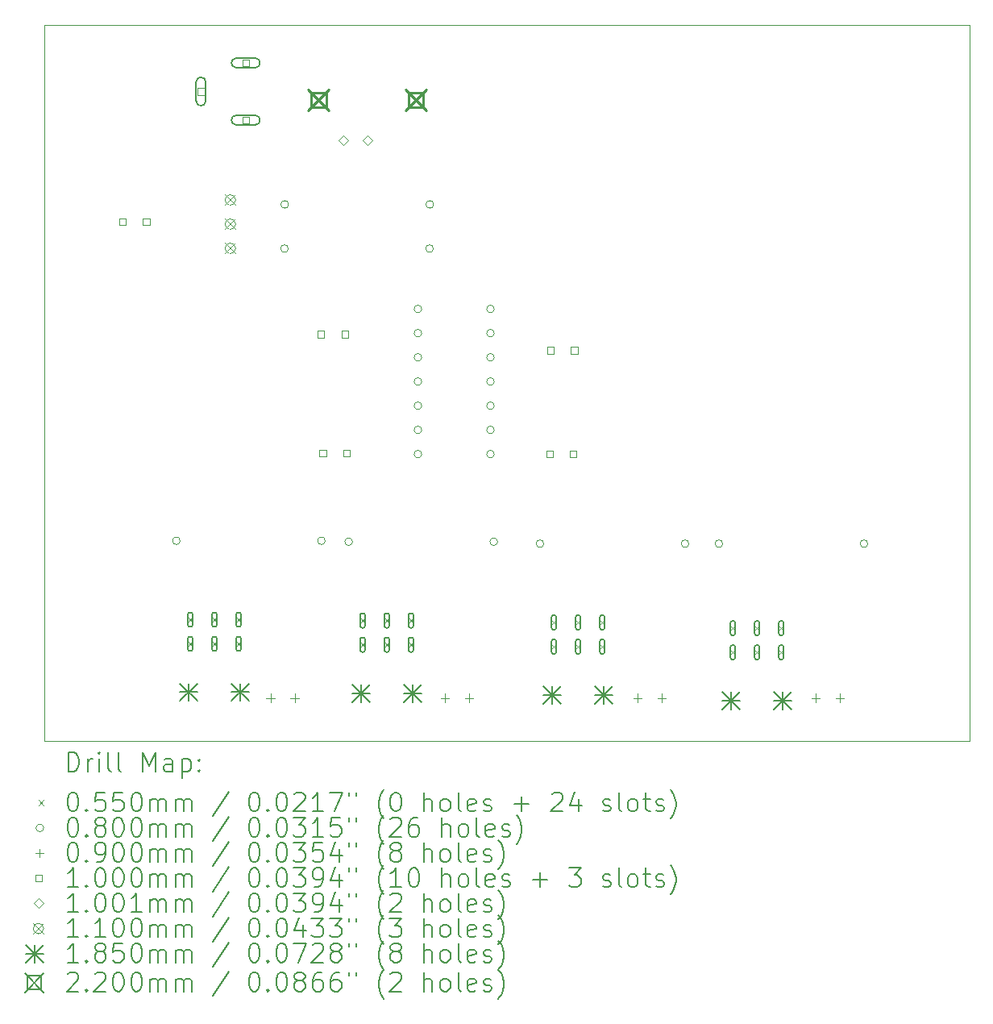
<source format=gbr>
%TF.GenerationSoftware,KiCad,Pcbnew,7.0.6*%
%TF.CreationDate,2023-12-12T17:12:15+00:00*%
%TF.ProjectId,BlankingRelay_Base,426c616e-6b69-46e6-9752-656c61795f42,rev?*%
%TF.SameCoordinates,Original*%
%TF.FileFunction,Drillmap*%
%TF.FilePolarity,Positive*%
%FSLAX45Y45*%
G04 Gerber Fmt 4.5, Leading zero omitted, Abs format (unit mm)*
G04 Created by KiCad (PCBNEW 7.0.6) date 2023-12-12 17:12:15*
%MOMM*%
%LPD*%
G01*
G04 APERTURE LIST*
%ADD10C,0.100000*%
%ADD11C,0.200000*%
%ADD12C,0.055000*%
%ADD13C,0.080000*%
%ADD14C,0.090000*%
%ADD15C,0.100076*%
%ADD16C,0.110000*%
%ADD17C,0.185000*%
%ADD18C,0.219964*%
G04 APERTURE END LIST*
D10*
X2941320Y-7493000D02*
X12660600Y-7493000D01*
X12660600Y-15016480D01*
X2941320Y-15016480D01*
X2941320Y-7493000D01*
D11*
D12*
X4448500Y-13710500D02*
X4503500Y-13765500D01*
X4503500Y-13710500D02*
X4448500Y-13765500D01*
D11*
X4448500Y-13688000D02*
X4448500Y-13788000D01*
X4448500Y-13788000D02*
G75*
G03*
X4503500Y-13788000I27500J0D01*
G01*
X4503500Y-13788000D02*
X4503500Y-13688000D01*
X4503500Y-13688000D02*
G75*
G03*
X4448500Y-13688000I-27500J0D01*
G01*
D12*
X4448500Y-13964500D02*
X4503500Y-14019500D01*
X4503500Y-13964500D02*
X4448500Y-14019500D01*
D11*
X4448500Y-13942000D02*
X4448500Y-14042000D01*
X4448500Y-14042000D02*
G75*
G03*
X4503500Y-14042000I27500J0D01*
G01*
X4503500Y-14042000D02*
X4503500Y-13942000D01*
X4503500Y-13942000D02*
G75*
G03*
X4448500Y-13942000I-27500J0D01*
G01*
D12*
X4702500Y-13710500D02*
X4757500Y-13765500D01*
X4757500Y-13710500D02*
X4702500Y-13765500D01*
D11*
X4702500Y-13688000D02*
X4702500Y-13788000D01*
X4702500Y-13788000D02*
G75*
G03*
X4757500Y-13788000I27500J0D01*
G01*
X4757500Y-13788000D02*
X4757500Y-13688000D01*
X4757500Y-13688000D02*
G75*
G03*
X4702500Y-13688000I-27500J0D01*
G01*
D12*
X4702500Y-13964500D02*
X4757500Y-14019500D01*
X4757500Y-13964500D02*
X4702500Y-14019500D01*
D11*
X4702500Y-13942000D02*
X4702500Y-14042000D01*
X4702500Y-14042000D02*
G75*
G03*
X4757500Y-14042000I27500J0D01*
G01*
X4757500Y-14042000D02*
X4757500Y-13942000D01*
X4757500Y-13942000D02*
G75*
G03*
X4702500Y-13942000I-27500J0D01*
G01*
D12*
X4956500Y-13710500D02*
X5011500Y-13765500D01*
X5011500Y-13710500D02*
X4956500Y-13765500D01*
D11*
X4956500Y-13688000D02*
X4956500Y-13788000D01*
X4956500Y-13788000D02*
G75*
G03*
X5011500Y-13788000I27500J0D01*
G01*
X5011500Y-13788000D02*
X5011500Y-13688000D01*
X5011500Y-13688000D02*
G75*
G03*
X4956500Y-13688000I-27500J0D01*
G01*
D12*
X4956500Y-13964500D02*
X5011500Y-14019500D01*
X5011500Y-13964500D02*
X4956500Y-14019500D01*
D11*
X4956500Y-13942000D02*
X4956500Y-14042000D01*
X4956500Y-14042000D02*
G75*
G03*
X5011500Y-14042000I27500J0D01*
G01*
X5011500Y-14042000D02*
X5011500Y-13942000D01*
X5011500Y-13942000D02*
G75*
G03*
X4956500Y-13942000I-27500J0D01*
G01*
D12*
X6258500Y-13720500D02*
X6313500Y-13775500D01*
X6313500Y-13720500D02*
X6258500Y-13775500D01*
D11*
X6258500Y-13698000D02*
X6258500Y-13798000D01*
X6258500Y-13798000D02*
G75*
G03*
X6313500Y-13798000I27500J0D01*
G01*
X6313500Y-13798000D02*
X6313500Y-13698000D01*
X6313500Y-13698000D02*
G75*
G03*
X6258500Y-13698000I-27500J0D01*
G01*
D12*
X6258500Y-13974500D02*
X6313500Y-14029500D01*
X6313500Y-13974500D02*
X6258500Y-14029500D01*
D11*
X6258500Y-13952000D02*
X6258500Y-14052000D01*
X6258500Y-14052000D02*
G75*
G03*
X6313500Y-14052000I27500J0D01*
G01*
X6313500Y-14052000D02*
X6313500Y-13952000D01*
X6313500Y-13952000D02*
G75*
G03*
X6258500Y-13952000I-27500J0D01*
G01*
D12*
X6512500Y-13720500D02*
X6567500Y-13775500D01*
X6567500Y-13720500D02*
X6512500Y-13775500D01*
D11*
X6512500Y-13698000D02*
X6512500Y-13798000D01*
X6512500Y-13798000D02*
G75*
G03*
X6567500Y-13798000I27500J0D01*
G01*
X6567500Y-13798000D02*
X6567500Y-13698000D01*
X6567500Y-13698000D02*
G75*
G03*
X6512500Y-13698000I-27500J0D01*
G01*
D12*
X6512500Y-13974500D02*
X6567500Y-14029500D01*
X6567500Y-13974500D02*
X6512500Y-14029500D01*
D11*
X6512500Y-13952000D02*
X6512500Y-14052000D01*
X6512500Y-14052000D02*
G75*
G03*
X6567500Y-14052000I27500J0D01*
G01*
X6567500Y-14052000D02*
X6567500Y-13952000D01*
X6567500Y-13952000D02*
G75*
G03*
X6512500Y-13952000I-27500J0D01*
G01*
D12*
X6766500Y-13720500D02*
X6821500Y-13775500D01*
X6821500Y-13720500D02*
X6766500Y-13775500D01*
D11*
X6766500Y-13698000D02*
X6766500Y-13798000D01*
X6766500Y-13798000D02*
G75*
G03*
X6821500Y-13798000I27500J0D01*
G01*
X6821500Y-13798000D02*
X6821500Y-13698000D01*
X6821500Y-13698000D02*
G75*
G03*
X6766500Y-13698000I-27500J0D01*
G01*
D12*
X6766500Y-13974500D02*
X6821500Y-14029500D01*
X6821500Y-13974500D02*
X6766500Y-14029500D01*
D11*
X6766500Y-13952000D02*
X6766500Y-14052000D01*
X6766500Y-14052000D02*
G75*
G03*
X6821500Y-14052000I27500J0D01*
G01*
X6821500Y-14052000D02*
X6821500Y-13952000D01*
X6821500Y-13952000D02*
G75*
G03*
X6766500Y-13952000I-27500J0D01*
G01*
D12*
X8268500Y-13740500D02*
X8323500Y-13795500D01*
X8323500Y-13740500D02*
X8268500Y-13795500D01*
D11*
X8268500Y-13718000D02*
X8268500Y-13818000D01*
X8268500Y-13818000D02*
G75*
G03*
X8323500Y-13818000I27500J0D01*
G01*
X8323500Y-13818000D02*
X8323500Y-13718000D01*
X8323500Y-13718000D02*
G75*
G03*
X8268500Y-13718000I-27500J0D01*
G01*
D12*
X8268500Y-13994500D02*
X8323500Y-14049500D01*
X8323500Y-13994500D02*
X8268500Y-14049500D01*
D11*
X8268500Y-13972000D02*
X8268500Y-14072000D01*
X8268500Y-14072000D02*
G75*
G03*
X8323500Y-14072000I27500J0D01*
G01*
X8323500Y-14072000D02*
X8323500Y-13972000D01*
X8323500Y-13972000D02*
G75*
G03*
X8268500Y-13972000I-27500J0D01*
G01*
D12*
X8522500Y-13740500D02*
X8577500Y-13795500D01*
X8577500Y-13740500D02*
X8522500Y-13795500D01*
D11*
X8522500Y-13718000D02*
X8522500Y-13818000D01*
X8522500Y-13818000D02*
G75*
G03*
X8577500Y-13818000I27500J0D01*
G01*
X8577500Y-13818000D02*
X8577500Y-13718000D01*
X8577500Y-13718000D02*
G75*
G03*
X8522500Y-13718000I-27500J0D01*
G01*
D12*
X8522500Y-13994500D02*
X8577500Y-14049500D01*
X8577500Y-13994500D02*
X8522500Y-14049500D01*
D11*
X8522500Y-13972000D02*
X8522500Y-14072000D01*
X8522500Y-14072000D02*
G75*
G03*
X8577500Y-14072000I27500J0D01*
G01*
X8577500Y-14072000D02*
X8577500Y-13972000D01*
X8577500Y-13972000D02*
G75*
G03*
X8522500Y-13972000I-27500J0D01*
G01*
D12*
X8776500Y-13740500D02*
X8831500Y-13795500D01*
X8831500Y-13740500D02*
X8776500Y-13795500D01*
D11*
X8776500Y-13718000D02*
X8776500Y-13818000D01*
X8776500Y-13818000D02*
G75*
G03*
X8831500Y-13818000I27500J0D01*
G01*
X8831500Y-13818000D02*
X8831500Y-13718000D01*
X8831500Y-13718000D02*
G75*
G03*
X8776500Y-13718000I-27500J0D01*
G01*
D12*
X8776500Y-13994500D02*
X8831500Y-14049500D01*
X8831500Y-13994500D02*
X8776500Y-14049500D01*
D11*
X8776500Y-13972000D02*
X8776500Y-14072000D01*
X8776500Y-14072000D02*
G75*
G03*
X8831500Y-14072000I27500J0D01*
G01*
X8831500Y-14072000D02*
X8831500Y-13972000D01*
X8831500Y-13972000D02*
G75*
G03*
X8776500Y-13972000I-27500J0D01*
G01*
D12*
X10148500Y-13800500D02*
X10203500Y-13855500D01*
X10203500Y-13800500D02*
X10148500Y-13855500D01*
D11*
X10148500Y-13778000D02*
X10148500Y-13878000D01*
X10148500Y-13878000D02*
G75*
G03*
X10203500Y-13878000I27500J0D01*
G01*
X10203500Y-13878000D02*
X10203500Y-13778000D01*
X10203500Y-13778000D02*
G75*
G03*
X10148500Y-13778000I-27500J0D01*
G01*
D12*
X10148500Y-14054500D02*
X10203500Y-14109500D01*
X10203500Y-14054500D02*
X10148500Y-14109500D01*
D11*
X10148500Y-14032000D02*
X10148500Y-14132000D01*
X10148500Y-14132000D02*
G75*
G03*
X10203500Y-14132000I27500J0D01*
G01*
X10203500Y-14132000D02*
X10203500Y-14032000D01*
X10203500Y-14032000D02*
G75*
G03*
X10148500Y-14032000I-27500J0D01*
G01*
D12*
X10402500Y-13800500D02*
X10457500Y-13855500D01*
X10457500Y-13800500D02*
X10402500Y-13855500D01*
D11*
X10402500Y-13778000D02*
X10402500Y-13878000D01*
X10402500Y-13878000D02*
G75*
G03*
X10457500Y-13878000I27500J0D01*
G01*
X10457500Y-13878000D02*
X10457500Y-13778000D01*
X10457500Y-13778000D02*
G75*
G03*
X10402500Y-13778000I-27500J0D01*
G01*
D12*
X10402500Y-14054500D02*
X10457500Y-14109500D01*
X10457500Y-14054500D02*
X10402500Y-14109500D01*
D11*
X10402500Y-14032000D02*
X10402500Y-14132000D01*
X10402500Y-14132000D02*
G75*
G03*
X10457500Y-14132000I27500J0D01*
G01*
X10457500Y-14132000D02*
X10457500Y-14032000D01*
X10457500Y-14032000D02*
G75*
G03*
X10402500Y-14032000I-27500J0D01*
G01*
D12*
X10656500Y-13800500D02*
X10711500Y-13855500D01*
X10711500Y-13800500D02*
X10656500Y-13855500D01*
D11*
X10656500Y-13778000D02*
X10656500Y-13878000D01*
X10656500Y-13878000D02*
G75*
G03*
X10711500Y-13878000I27500J0D01*
G01*
X10711500Y-13878000D02*
X10711500Y-13778000D01*
X10711500Y-13778000D02*
G75*
G03*
X10656500Y-13778000I-27500J0D01*
G01*
D12*
X10656500Y-14054500D02*
X10711500Y-14109500D01*
X10711500Y-14054500D02*
X10656500Y-14109500D01*
D11*
X10656500Y-14032000D02*
X10656500Y-14132000D01*
X10656500Y-14132000D02*
G75*
G03*
X10711500Y-14132000I27500J0D01*
G01*
X10711500Y-14132000D02*
X10711500Y-14032000D01*
X10711500Y-14032000D02*
G75*
G03*
X10656500Y-14032000I-27500J0D01*
G01*
D13*
X4370000Y-12910000D02*
G75*
G03*
X4370000Y-12910000I-40000J0D01*
G01*
X5506000Y-9842000D02*
G75*
G03*
X5506000Y-9842000I-40000J0D01*
G01*
X5508600Y-9378000D02*
G75*
G03*
X5508600Y-9378000I-40000J0D01*
G01*
X5894000Y-12910000D02*
G75*
G03*
X5894000Y-12910000I-40000J0D01*
G01*
X6180000Y-12920000D02*
G75*
G03*
X6180000Y-12920000I-40000J0D01*
G01*
X6908000Y-10476000D02*
G75*
G03*
X6908000Y-10476000I-40000J0D01*
G01*
X6908000Y-10730000D02*
G75*
G03*
X6908000Y-10730000I-40000J0D01*
G01*
X6908000Y-10984000D02*
G75*
G03*
X6908000Y-10984000I-40000J0D01*
G01*
X6908000Y-11238000D02*
G75*
G03*
X6908000Y-11238000I-40000J0D01*
G01*
X6908000Y-11492000D02*
G75*
G03*
X6908000Y-11492000I-40000J0D01*
G01*
X6908000Y-11746000D02*
G75*
G03*
X6908000Y-11746000I-40000J0D01*
G01*
X6908000Y-12000000D02*
G75*
G03*
X6908000Y-12000000I-40000J0D01*
G01*
X7030000Y-9842000D02*
G75*
G03*
X7030000Y-9842000I-40000J0D01*
G01*
X7032600Y-9378000D02*
G75*
G03*
X7032600Y-9378000I-40000J0D01*
G01*
X7670000Y-10476000D02*
G75*
G03*
X7670000Y-10476000I-40000J0D01*
G01*
X7670000Y-10730000D02*
G75*
G03*
X7670000Y-10730000I-40000J0D01*
G01*
X7670000Y-10984000D02*
G75*
G03*
X7670000Y-10984000I-40000J0D01*
G01*
X7670000Y-11238000D02*
G75*
G03*
X7670000Y-11238000I-40000J0D01*
G01*
X7670000Y-11492000D02*
G75*
G03*
X7670000Y-11492000I-40000J0D01*
G01*
X7670000Y-11746000D02*
G75*
G03*
X7670000Y-11746000I-40000J0D01*
G01*
X7670000Y-12000000D02*
G75*
G03*
X7670000Y-12000000I-40000J0D01*
G01*
X7704000Y-12920000D02*
G75*
G03*
X7704000Y-12920000I-40000J0D01*
G01*
X8190000Y-12940000D02*
G75*
G03*
X8190000Y-12940000I-40000J0D01*
G01*
X9714000Y-12940000D02*
G75*
G03*
X9714000Y-12940000I-40000J0D01*
G01*
X10070000Y-12940000D02*
G75*
G03*
X10070000Y-12940000I-40000J0D01*
G01*
X11594000Y-12940000D02*
G75*
G03*
X11594000Y-12940000I-40000J0D01*
G01*
D14*
X5320000Y-14515000D02*
X5320000Y-14605000D01*
X5275000Y-14560000D02*
X5365000Y-14560000D01*
X5574000Y-14515000D02*
X5574000Y-14605000D01*
X5529000Y-14560000D02*
X5619000Y-14560000D01*
X7150000Y-14515000D02*
X7150000Y-14605000D01*
X7105000Y-14560000D02*
X7195000Y-14560000D01*
X7404000Y-14515000D02*
X7404000Y-14605000D01*
X7359000Y-14560000D02*
X7449000Y-14560000D01*
X9176000Y-14515000D02*
X9176000Y-14605000D01*
X9131000Y-14560000D02*
X9221000Y-14560000D01*
X9430000Y-14515000D02*
X9430000Y-14605000D01*
X9385000Y-14560000D02*
X9475000Y-14560000D01*
X11046000Y-14515000D02*
X11046000Y-14605000D01*
X11001000Y-14560000D02*
X11091000Y-14560000D01*
X11300000Y-14515000D02*
X11300000Y-14605000D01*
X11255000Y-14560000D02*
X11345000Y-14560000D01*
D10*
X3800356Y-9592856D02*
X3800356Y-9522144D01*
X3729644Y-9522144D01*
X3729644Y-9592856D01*
X3800356Y-9592856D01*
X4050356Y-9592856D02*
X4050356Y-9522144D01*
X3979644Y-9522144D01*
X3979644Y-9592856D01*
X4050356Y-9592856D01*
X4624106Y-8227356D02*
X4624106Y-8156644D01*
X4553394Y-8156644D01*
X4553394Y-8227356D01*
X4624106Y-8227356D01*
D11*
X4538750Y-8092000D02*
X4538750Y-8292000D01*
X4538750Y-8292000D02*
G75*
G03*
X4638750Y-8292000I50000J0D01*
G01*
X4638750Y-8292000D02*
X4638750Y-8092000D01*
X4638750Y-8092000D02*
G75*
G03*
X4538750Y-8092000I-50000J0D01*
G01*
D10*
X5094106Y-7927356D02*
X5094106Y-7856644D01*
X5023394Y-7856644D01*
X5023394Y-7927356D01*
X5094106Y-7927356D01*
D11*
X5158750Y-7842000D02*
X4958750Y-7842000D01*
X4958750Y-7842000D02*
G75*
G03*
X4958750Y-7942000I0J-50000D01*
G01*
X4958750Y-7942000D02*
X5158750Y-7942000D01*
X5158750Y-7942000D02*
G75*
G03*
X5158750Y-7842000I0J50000D01*
G01*
D10*
X5094106Y-8527356D02*
X5094106Y-8456644D01*
X5023394Y-8456644D01*
X5023394Y-8527356D01*
X5094106Y-8527356D01*
D11*
X5158750Y-8442000D02*
X4958750Y-8442000D01*
X4958750Y-8442000D02*
G75*
G03*
X4958750Y-8542000I0J-50000D01*
G01*
X4958750Y-8542000D02*
X5158750Y-8542000D01*
X5158750Y-8542000D02*
G75*
G03*
X5158750Y-8442000I0J50000D01*
G01*
D10*
X5885356Y-10775356D02*
X5885356Y-10704644D01*
X5814644Y-10704644D01*
X5814644Y-10775356D01*
X5885356Y-10775356D01*
X5905356Y-12025356D02*
X5905356Y-11954644D01*
X5834644Y-11954644D01*
X5834644Y-12025356D01*
X5905356Y-12025356D01*
X6135356Y-10775356D02*
X6135356Y-10704644D01*
X6064644Y-10704644D01*
X6064644Y-10775356D01*
X6135356Y-10775356D01*
X6155356Y-12025356D02*
X6155356Y-11954644D01*
X6084644Y-11954644D01*
X6084644Y-12025356D01*
X6155356Y-12025356D01*
X8285356Y-12035356D02*
X8285356Y-11964644D01*
X8214644Y-11964644D01*
X8214644Y-12035356D01*
X8285356Y-12035356D01*
X8295356Y-10945356D02*
X8295356Y-10874644D01*
X8224644Y-10874644D01*
X8224644Y-10945356D01*
X8295356Y-10945356D01*
X8535356Y-12035356D02*
X8535356Y-11964644D01*
X8464644Y-11964644D01*
X8464644Y-12035356D01*
X8535356Y-12035356D01*
X8545356Y-10945356D02*
X8545356Y-10874644D01*
X8474644Y-10874644D01*
X8474644Y-10945356D01*
X8545356Y-10945356D01*
D15*
X6086064Y-8758143D02*
X6136102Y-8708105D01*
X6086064Y-8658067D01*
X6036026Y-8708105D01*
X6086064Y-8758143D01*
X6336000Y-8758143D02*
X6386038Y-8708105D01*
X6336000Y-8658067D01*
X6285962Y-8708105D01*
X6336000Y-8758143D01*
D16*
X4842500Y-9276000D02*
X4952500Y-9386000D01*
X4952500Y-9276000D02*
X4842500Y-9386000D01*
X4952500Y-9331000D02*
G75*
G03*
X4952500Y-9331000I-55000J0D01*
G01*
X4842500Y-9530000D02*
X4952500Y-9640000D01*
X4952500Y-9530000D02*
X4842500Y-9640000D01*
X4952500Y-9585000D02*
G75*
G03*
X4952500Y-9585000I-55000J0D01*
G01*
X4842500Y-9784000D02*
X4952500Y-9894000D01*
X4952500Y-9784000D02*
X4842500Y-9894000D01*
X4952500Y-9839000D02*
G75*
G03*
X4952500Y-9839000I-55000J0D01*
G01*
D17*
X4367500Y-14407500D02*
X4552500Y-14592500D01*
X4552500Y-14407500D02*
X4367500Y-14592500D01*
X4460000Y-14407500D02*
X4460000Y-14592500D01*
X4367500Y-14500000D02*
X4552500Y-14500000D01*
X4907500Y-14407500D02*
X5092500Y-14592500D01*
X5092500Y-14407500D02*
X4907500Y-14592500D01*
X5000000Y-14407500D02*
X5000000Y-14592500D01*
X4907500Y-14500000D02*
X5092500Y-14500000D01*
X6177500Y-14417500D02*
X6362500Y-14602500D01*
X6362500Y-14417500D02*
X6177500Y-14602500D01*
X6270000Y-14417500D02*
X6270000Y-14602500D01*
X6177500Y-14510000D02*
X6362500Y-14510000D01*
X6717500Y-14417500D02*
X6902500Y-14602500D01*
X6902500Y-14417500D02*
X6717500Y-14602500D01*
X6810000Y-14417500D02*
X6810000Y-14602500D01*
X6717500Y-14510000D02*
X6902500Y-14510000D01*
X8187500Y-14437500D02*
X8372500Y-14622500D01*
X8372500Y-14437500D02*
X8187500Y-14622500D01*
X8280000Y-14437500D02*
X8280000Y-14622500D01*
X8187500Y-14530000D02*
X8372500Y-14530000D01*
X8727500Y-14437500D02*
X8912500Y-14622500D01*
X8912500Y-14437500D02*
X8727500Y-14622500D01*
X8820000Y-14437500D02*
X8820000Y-14622500D01*
X8727500Y-14530000D02*
X8912500Y-14530000D01*
X10067500Y-14497500D02*
X10252500Y-14682500D01*
X10252500Y-14497500D02*
X10067500Y-14682500D01*
X10160000Y-14497500D02*
X10160000Y-14682500D01*
X10067500Y-14590000D02*
X10252500Y-14590000D01*
X10607500Y-14497500D02*
X10792500Y-14682500D01*
X10792500Y-14497500D02*
X10607500Y-14682500D01*
X10700000Y-14497500D02*
X10700000Y-14682500D01*
X10607500Y-14590000D02*
X10792500Y-14590000D01*
D18*
X5716240Y-8171657D02*
X5936204Y-8391621D01*
X5936204Y-8171657D02*
X5716240Y-8391621D01*
X5903992Y-8359409D02*
X5903992Y-8203869D01*
X5748452Y-8203869D01*
X5748452Y-8359409D01*
X5903992Y-8359409D01*
X6736050Y-8171657D02*
X6956014Y-8391621D01*
X6956014Y-8171657D02*
X6736050Y-8391621D01*
X6923802Y-8359409D02*
X6923802Y-8203869D01*
X6768262Y-8203869D01*
X6768262Y-8359409D01*
X6923802Y-8359409D01*
D11*
X3197097Y-15332964D02*
X3197097Y-15132964D01*
X3197097Y-15132964D02*
X3244716Y-15132964D01*
X3244716Y-15132964D02*
X3273287Y-15142488D01*
X3273287Y-15142488D02*
X3292335Y-15161535D01*
X3292335Y-15161535D02*
X3301859Y-15180583D01*
X3301859Y-15180583D02*
X3311382Y-15218678D01*
X3311382Y-15218678D02*
X3311382Y-15247249D01*
X3311382Y-15247249D02*
X3301859Y-15285345D01*
X3301859Y-15285345D02*
X3292335Y-15304392D01*
X3292335Y-15304392D02*
X3273287Y-15323440D01*
X3273287Y-15323440D02*
X3244716Y-15332964D01*
X3244716Y-15332964D02*
X3197097Y-15332964D01*
X3397097Y-15332964D02*
X3397097Y-15199630D01*
X3397097Y-15237726D02*
X3406621Y-15218678D01*
X3406621Y-15218678D02*
X3416144Y-15209154D01*
X3416144Y-15209154D02*
X3435192Y-15199630D01*
X3435192Y-15199630D02*
X3454240Y-15199630D01*
X3520906Y-15332964D02*
X3520906Y-15199630D01*
X3520906Y-15132964D02*
X3511382Y-15142488D01*
X3511382Y-15142488D02*
X3520906Y-15152011D01*
X3520906Y-15152011D02*
X3530430Y-15142488D01*
X3530430Y-15142488D02*
X3520906Y-15132964D01*
X3520906Y-15132964D02*
X3520906Y-15152011D01*
X3644716Y-15332964D02*
X3625668Y-15323440D01*
X3625668Y-15323440D02*
X3616144Y-15304392D01*
X3616144Y-15304392D02*
X3616144Y-15132964D01*
X3749478Y-15332964D02*
X3730430Y-15323440D01*
X3730430Y-15323440D02*
X3720906Y-15304392D01*
X3720906Y-15304392D02*
X3720906Y-15132964D01*
X3978049Y-15332964D02*
X3978049Y-15132964D01*
X3978049Y-15132964D02*
X4044716Y-15275821D01*
X4044716Y-15275821D02*
X4111382Y-15132964D01*
X4111382Y-15132964D02*
X4111382Y-15332964D01*
X4292335Y-15332964D02*
X4292335Y-15228202D01*
X4292335Y-15228202D02*
X4282811Y-15209154D01*
X4282811Y-15209154D02*
X4263764Y-15199630D01*
X4263764Y-15199630D02*
X4225668Y-15199630D01*
X4225668Y-15199630D02*
X4206621Y-15209154D01*
X4292335Y-15323440D02*
X4273287Y-15332964D01*
X4273287Y-15332964D02*
X4225668Y-15332964D01*
X4225668Y-15332964D02*
X4206621Y-15323440D01*
X4206621Y-15323440D02*
X4197097Y-15304392D01*
X4197097Y-15304392D02*
X4197097Y-15285345D01*
X4197097Y-15285345D02*
X4206621Y-15266297D01*
X4206621Y-15266297D02*
X4225668Y-15256773D01*
X4225668Y-15256773D02*
X4273287Y-15256773D01*
X4273287Y-15256773D02*
X4292335Y-15247249D01*
X4387573Y-15199630D02*
X4387573Y-15399630D01*
X4387573Y-15209154D02*
X4406621Y-15199630D01*
X4406621Y-15199630D02*
X4444716Y-15199630D01*
X4444716Y-15199630D02*
X4463764Y-15209154D01*
X4463764Y-15209154D02*
X4473287Y-15218678D01*
X4473287Y-15218678D02*
X4482811Y-15237726D01*
X4482811Y-15237726D02*
X4482811Y-15294868D01*
X4482811Y-15294868D02*
X4473287Y-15313916D01*
X4473287Y-15313916D02*
X4463764Y-15323440D01*
X4463764Y-15323440D02*
X4444716Y-15332964D01*
X4444716Y-15332964D02*
X4406621Y-15332964D01*
X4406621Y-15332964D02*
X4387573Y-15323440D01*
X4568525Y-15313916D02*
X4578049Y-15323440D01*
X4578049Y-15323440D02*
X4568525Y-15332964D01*
X4568525Y-15332964D02*
X4559002Y-15323440D01*
X4559002Y-15323440D02*
X4568525Y-15313916D01*
X4568525Y-15313916D02*
X4568525Y-15332964D01*
X4568525Y-15209154D02*
X4578049Y-15218678D01*
X4578049Y-15218678D02*
X4568525Y-15228202D01*
X4568525Y-15228202D02*
X4559002Y-15218678D01*
X4559002Y-15218678D02*
X4568525Y-15209154D01*
X4568525Y-15209154D02*
X4568525Y-15228202D01*
D12*
X2881320Y-15633980D02*
X2936320Y-15688980D01*
X2936320Y-15633980D02*
X2881320Y-15688980D01*
D11*
X3235192Y-15552964D02*
X3254240Y-15552964D01*
X3254240Y-15552964D02*
X3273287Y-15562488D01*
X3273287Y-15562488D02*
X3282811Y-15572011D01*
X3282811Y-15572011D02*
X3292335Y-15591059D01*
X3292335Y-15591059D02*
X3301859Y-15629154D01*
X3301859Y-15629154D02*
X3301859Y-15676773D01*
X3301859Y-15676773D02*
X3292335Y-15714868D01*
X3292335Y-15714868D02*
X3282811Y-15733916D01*
X3282811Y-15733916D02*
X3273287Y-15743440D01*
X3273287Y-15743440D02*
X3254240Y-15752964D01*
X3254240Y-15752964D02*
X3235192Y-15752964D01*
X3235192Y-15752964D02*
X3216144Y-15743440D01*
X3216144Y-15743440D02*
X3206621Y-15733916D01*
X3206621Y-15733916D02*
X3197097Y-15714868D01*
X3197097Y-15714868D02*
X3187573Y-15676773D01*
X3187573Y-15676773D02*
X3187573Y-15629154D01*
X3187573Y-15629154D02*
X3197097Y-15591059D01*
X3197097Y-15591059D02*
X3206621Y-15572011D01*
X3206621Y-15572011D02*
X3216144Y-15562488D01*
X3216144Y-15562488D02*
X3235192Y-15552964D01*
X3387573Y-15733916D02*
X3397097Y-15743440D01*
X3397097Y-15743440D02*
X3387573Y-15752964D01*
X3387573Y-15752964D02*
X3378049Y-15743440D01*
X3378049Y-15743440D02*
X3387573Y-15733916D01*
X3387573Y-15733916D02*
X3387573Y-15752964D01*
X3578049Y-15552964D02*
X3482811Y-15552964D01*
X3482811Y-15552964D02*
X3473287Y-15648202D01*
X3473287Y-15648202D02*
X3482811Y-15638678D01*
X3482811Y-15638678D02*
X3501859Y-15629154D01*
X3501859Y-15629154D02*
X3549478Y-15629154D01*
X3549478Y-15629154D02*
X3568525Y-15638678D01*
X3568525Y-15638678D02*
X3578049Y-15648202D01*
X3578049Y-15648202D02*
X3587573Y-15667249D01*
X3587573Y-15667249D02*
X3587573Y-15714868D01*
X3587573Y-15714868D02*
X3578049Y-15733916D01*
X3578049Y-15733916D02*
X3568525Y-15743440D01*
X3568525Y-15743440D02*
X3549478Y-15752964D01*
X3549478Y-15752964D02*
X3501859Y-15752964D01*
X3501859Y-15752964D02*
X3482811Y-15743440D01*
X3482811Y-15743440D02*
X3473287Y-15733916D01*
X3768525Y-15552964D02*
X3673287Y-15552964D01*
X3673287Y-15552964D02*
X3663763Y-15648202D01*
X3663763Y-15648202D02*
X3673287Y-15638678D01*
X3673287Y-15638678D02*
X3692335Y-15629154D01*
X3692335Y-15629154D02*
X3739954Y-15629154D01*
X3739954Y-15629154D02*
X3759002Y-15638678D01*
X3759002Y-15638678D02*
X3768525Y-15648202D01*
X3768525Y-15648202D02*
X3778049Y-15667249D01*
X3778049Y-15667249D02*
X3778049Y-15714868D01*
X3778049Y-15714868D02*
X3768525Y-15733916D01*
X3768525Y-15733916D02*
X3759002Y-15743440D01*
X3759002Y-15743440D02*
X3739954Y-15752964D01*
X3739954Y-15752964D02*
X3692335Y-15752964D01*
X3692335Y-15752964D02*
X3673287Y-15743440D01*
X3673287Y-15743440D02*
X3663763Y-15733916D01*
X3901859Y-15552964D02*
X3920906Y-15552964D01*
X3920906Y-15552964D02*
X3939954Y-15562488D01*
X3939954Y-15562488D02*
X3949478Y-15572011D01*
X3949478Y-15572011D02*
X3959002Y-15591059D01*
X3959002Y-15591059D02*
X3968525Y-15629154D01*
X3968525Y-15629154D02*
X3968525Y-15676773D01*
X3968525Y-15676773D02*
X3959002Y-15714868D01*
X3959002Y-15714868D02*
X3949478Y-15733916D01*
X3949478Y-15733916D02*
X3939954Y-15743440D01*
X3939954Y-15743440D02*
X3920906Y-15752964D01*
X3920906Y-15752964D02*
X3901859Y-15752964D01*
X3901859Y-15752964D02*
X3882811Y-15743440D01*
X3882811Y-15743440D02*
X3873287Y-15733916D01*
X3873287Y-15733916D02*
X3863763Y-15714868D01*
X3863763Y-15714868D02*
X3854240Y-15676773D01*
X3854240Y-15676773D02*
X3854240Y-15629154D01*
X3854240Y-15629154D02*
X3863763Y-15591059D01*
X3863763Y-15591059D02*
X3873287Y-15572011D01*
X3873287Y-15572011D02*
X3882811Y-15562488D01*
X3882811Y-15562488D02*
X3901859Y-15552964D01*
X4054240Y-15752964D02*
X4054240Y-15619630D01*
X4054240Y-15638678D02*
X4063763Y-15629154D01*
X4063763Y-15629154D02*
X4082811Y-15619630D01*
X4082811Y-15619630D02*
X4111383Y-15619630D01*
X4111383Y-15619630D02*
X4130430Y-15629154D01*
X4130430Y-15629154D02*
X4139954Y-15648202D01*
X4139954Y-15648202D02*
X4139954Y-15752964D01*
X4139954Y-15648202D02*
X4149478Y-15629154D01*
X4149478Y-15629154D02*
X4168525Y-15619630D01*
X4168525Y-15619630D02*
X4197097Y-15619630D01*
X4197097Y-15619630D02*
X4216145Y-15629154D01*
X4216145Y-15629154D02*
X4225668Y-15648202D01*
X4225668Y-15648202D02*
X4225668Y-15752964D01*
X4320906Y-15752964D02*
X4320906Y-15619630D01*
X4320906Y-15638678D02*
X4330430Y-15629154D01*
X4330430Y-15629154D02*
X4349478Y-15619630D01*
X4349478Y-15619630D02*
X4378049Y-15619630D01*
X4378049Y-15619630D02*
X4397097Y-15629154D01*
X4397097Y-15629154D02*
X4406621Y-15648202D01*
X4406621Y-15648202D02*
X4406621Y-15752964D01*
X4406621Y-15648202D02*
X4416145Y-15629154D01*
X4416145Y-15629154D02*
X4435192Y-15619630D01*
X4435192Y-15619630D02*
X4463764Y-15619630D01*
X4463764Y-15619630D02*
X4482811Y-15629154D01*
X4482811Y-15629154D02*
X4492335Y-15648202D01*
X4492335Y-15648202D02*
X4492335Y-15752964D01*
X4882811Y-15543440D02*
X4711383Y-15800583D01*
X5139954Y-15552964D02*
X5159002Y-15552964D01*
X5159002Y-15552964D02*
X5178049Y-15562488D01*
X5178049Y-15562488D02*
X5187573Y-15572011D01*
X5187573Y-15572011D02*
X5197097Y-15591059D01*
X5197097Y-15591059D02*
X5206621Y-15629154D01*
X5206621Y-15629154D02*
X5206621Y-15676773D01*
X5206621Y-15676773D02*
X5197097Y-15714868D01*
X5197097Y-15714868D02*
X5187573Y-15733916D01*
X5187573Y-15733916D02*
X5178049Y-15743440D01*
X5178049Y-15743440D02*
X5159002Y-15752964D01*
X5159002Y-15752964D02*
X5139954Y-15752964D01*
X5139954Y-15752964D02*
X5120907Y-15743440D01*
X5120907Y-15743440D02*
X5111383Y-15733916D01*
X5111383Y-15733916D02*
X5101859Y-15714868D01*
X5101859Y-15714868D02*
X5092335Y-15676773D01*
X5092335Y-15676773D02*
X5092335Y-15629154D01*
X5092335Y-15629154D02*
X5101859Y-15591059D01*
X5101859Y-15591059D02*
X5111383Y-15572011D01*
X5111383Y-15572011D02*
X5120907Y-15562488D01*
X5120907Y-15562488D02*
X5139954Y-15552964D01*
X5292335Y-15733916D02*
X5301859Y-15743440D01*
X5301859Y-15743440D02*
X5292335Y-15752964D01*
X5292335Y-15752964D02*
X5282811Y-15743440D01*
X5282811Y-15743440D02*
X5292335Y-15733916D01*
X5292335Y-15733916D02*
X5292335Y-15752964D01*
X5425668Y-15552964D02*
X5444716Y-15552964D01*
X5444716Y-15552964D02*
X5463764Y-15562488D01*
X5463764Y-15562488D02*
X5473288Y-15572011D01*
X5473288Y-15572011D02*
X5482811Y-15591059D01*
X5482811Y-15591059D02*
X5492335Y-15629154D01*
X5492335Y-15629154D02*
X5492335Y-15676773D01*
X5492335Y-15676773D02*
X5482811Y-15714868D01*
X5482811Y-15714868D02*
X5473288Y-15733916D01*
X5473288Y-15733916D02*
X5463764Y-15743440D01*
X5463764Y-15743440D02*
X5444716Y-15752964D01*
X5444716Y-15752964D02*
X5425668Y-15752964D01*
X5425668Y-15752964D02*
X5406621Y-15743440D01*
X5406621Y-15743440D02*
X5397097Y-15733916D01*
X5397097Y-15733916D02*
X5387573Y-15714868D01*
X5387573Y-15714868D02*
X5378049Y-15676773D01*
X5378049Y-15676773D02*
X5378049Y-15629154D01*
X5378049Y-15629154D02*
X5387573Y-15591059D01*
X5387573Y-15591059D02*
X5397097Y-15572011D01*
X5397097Y-15572011D02*
X5406621Y-15562488D01*
X5406621Y-15562488D02*
X5425668Y-15552964D01*
X5568526Y-15572011D02*
X5578049Y-15562488D01*
X5578049Y-15562488D02*
X5597097Y-15552964D01*
X5597097Y-15552964D02*
X5644716Y-15552964D01*
X5644716Y-15552964D02*
X5663764Y-15562488D01*
X5663764Y-15562488D02*
X5673287Y-15572011D01*
X5673287Y-15572011D02*
X5682811Y-15591059D01*
X5682811Y-15591059D02*
X5682811Y-15610107D01*
X5682811Y-15610107D02*
X5673287Y-15638678D01*
X5673287Y-15638678D02*
X5559002Y-15752964D01*
X5559002Y-15752964D02*
X5682811Y-15752964D01*
X5873287Y-15752964D02*
X5759002Y-15752964D01*
X5816145Y-15752964D02*
X5816145Y-15552964D01*
X5816145Y-15552964D02*
X5797097Y-15581535D01*
X5797097Y-15581535D02*
X5778049Y-15600583D01*
X5778049Y-15600583D02*
X5759002Y-15610107D01*
X5939954Y-15552964D02*
X6073287Y-15552964D01*
X6073287Y-15552964D02*
X5987573Y-15752964D01*
X6139954Y-15552964D02*
X6139954Y-15591059D01*
X6216145Y-15552964D02*
X6216145Y-15591059D01*
X6511383Y-15829154D02*
X6501859Y-15819630D01*
X6501859Y-15819630D02*
X6482811Y-15791059D01*
X6482811Y-15791059D02*
X6473288Y-15772011D01*
X6473288Y-15772011D02*
X6463764Y-15743440D01*
X6463764Y-15743440D02*
X6454240Y-15695821D01*
X6454240Y-15695821D02*
X6454240Y-15657726D01*
X6454240Y-15657726D02*
X6463764Y-15610107D01*
X6463764Y-15610107D02*
X6473288Y-15581535D01*
X6473288Y-15581535D02*
X6482811Y-15562488D01*
X6482811Y-15562488D02*
X6501859Y-15533916D01*
X6501859Y-15533916D02*
X6511383Y-15524392D01*
X6625668Y-15552964D02*
X6644716Y-15552964D01*
X6644716Y-15552964D02*
X6663764Y-15562488D01*
X6663764Y-15562488D02*
X6673288Y-15572011D01*
X6673288Y-15572011D02*
X6682811Y-15591059D01*
X6682811Y-15591059D02*
X6692335Y-15629154D01*
X6692335Y-15629154D02*
X6692335Y-15676773D01*
X6692335Y-15676773D02*
X6682811Y-15714868D01*
X6682811Y-15714868D02*
X6673288Y-15733916D01*
X6673288Y-15733916D02*
X6663764Y-15743440D01*
X6663764Y-15743440D02*
X6644716Y-15752964D01*
X6644716Y-15752964D02*
X6625668Y-15752964D01*
X6625668Y-15752964D02*
X6606621Y-15743440D01*
X6606621Y-15743440D02*
X6597097Y-15733916D01*
X6597097Y-15733916D02*
X6587573Y-15714868D01*
X6587573Y-15714868D02*
X6578049Y-15676773D01*
X6578049Y-15676773D02*
X6578049Y-15629154D01*
X6578049Y-15629154D02*
X6587573Y-15591059D01*
X6587573Y-15591059D02*
X6597097Y-15572011D01*
X6597097Y-15572011D02*
X6606621Y-15562488D01*
X6606621Y-15562488D02*
X6625668Y-15552964D01*
X6930430Y-15752964D02*
X6930430Y-15552964D01*
X7016145Y-15752964D02*
X7016145Y-15648202D01*
X7016145Y-15648202D02*
X7006621Y-15629154D01*
X7006621Y-15629154D02*
X6987573Y-15619630D01*
X6987573Y-15619630D02*
X6959002Y-15619630D01*
X6959002Y-15619630D02*
X6939954Y-15629154D01*
X6939954Y-15629154D02*
X6930430Y-15638678D01*
X7139954Y-15752964D02*
X7120907Y-15743440D01*
X7120907Y-15743440D02*
X7111383Y-15733916D01*
X7111383Y-15733916D02*
X7101859Y-15714868D01*
X7101859Y-15714868D02*
X7101859Y-15657726D01*
X7101859Y-15657726D02*
X7111383Y-15638678D01*
X7111383Y-15638678D02*
X7120907Y-15629154D01*
X7120907Y-15629154D02*
X7139954Y-15619630D01*
X7139954Y-15619630D02*
X7168526Y-15619630D01*
X7168526Y-15619630D02*
X7187573Y-15629154D01*
X7187573Y-15629154D02*
X7197097Y-15638678D01*
X7197097Y-15638678D02*
X7206621Y-15657726D01*
X7206621Y-15657726D02*
X7206621Y-15714868D01*
X7206621Y-15714868D02*
X7197097Y-15733916D01*
X7197097Y-15733916D02*
X7187573Y-15743440D01*
X7187573Y-15743440D02*
X7168526Y-15752964D01*
X7168526Y-15752964D02*
X7139954Y-15752964D01*
X7320907Y-15752964D02*
X7301859Y-15743440D01*
X7301859Y-15743440D02*
X7292335Y-15724392D01*
X7292335Y-15724392D02*
X7292335Y-15552964D01*
X7473288Y-15743440D02*
X7454240Y-15752964D01*
X7454240Y-15752964D02*
X7416145Y-15752964D01*
X7416145Y-15752964D02*
X7397097Y-15743440D01*
X7397097Y-15743440D02*
X7387573Y-15724392D01*
X7387573Y-15724392D02*
X7387573Y-15648202D01*
X7387573Y-15648202D02*
X7397097Y-15629154D01*
X7397097Y-15629154D02*
X7416145Y-15619630D01*
X7416145Y-15619630D02*
X7454240Y-15619630D01*
X7454240Y-15619630D02*
X7473288Y-15629154D01*
X7473288Y-15629154D02*
X7482811Y-15648202D01*
X7482811Y-15648202D02*
X7482811Y-15667249D01*
X7482811Y-15667249D02*
X7387573Y-15686297D01*
X7559002Y-15743440D02*
X7578050Y-15752964D01*
X7578050Y-15752964D02*
X7616145Y-15752964D01*
X7616145Y-15752964D02*
X7635192Y-15743440D01*
X7635192Y-15743440D02*
X7644716Y-15724392D01*
X7644716Y-15724392D02*
X7644716Y-15714868D01*
X7644716Y-15714868D02*
X7635192Y-15695821D01*
X7635192Y-15695821D02*
X7616145Y-15686297D01*
X7616145Y-15686297D02*
X7587573Y-15686297D01*
X7587573Y-15686297D02*
X7568526Y-15676773D01*
X7568526Y-15676773D02*
X7559002Y-15657726D01*
X7559002Y-15657726D02*
X7559002Y-15648202D01*
X7559002Y-15648202D02*
X7568526Y-15629154D01*
X7568526Y-15629154D02*
X7587573Y-15619630D01*
X7587573Y-15619630D02*
X7616145Y-15619630D01*
X7616145Y-15619630D02*
X7635192Y-15629154D01*
X7882812Y-15676773D02*
X8035193Y-15676773D01*
X7959002Y-15752964D02*
X7959002Y-15600583D01*
X8273288Y-15572011D02*
X8282812Y-15562488D01*
X8282812Y-15562488D02*
X8301859Y-15552964D01*
X8301859Y-15552964D02*
X8349478Y-15552964D01*
X8349478Y-15552964D02*
X8368526Y-15562488D01*
X8368526Y-15562488D02*
X8378050Y-15572011D01*
X8378050Y-15572011D02*
X8387573Y-15591059D01*
X8387573Y-15591059D02*
X8387573Y-15610107D01*
X8387573Y-15610107D02*
X8378050Y-15638678D01*
X8378050Y-15638678D02*
X8263764Y-15752964D01*
X8263764Y-15752964D02*
X8387573Y-15752964D01*
X8559002Y-15619630D02*
X8559002Y-15752964D01*
X8511383Y-15543440D02*
X8463764Y-15686297D01*
X8463764Y-15686297D02*
X8587574Y-15686297D01*
X8806621Y-15743440D02*
X8825669Y-15752964D01*
X8825669Y-15752964D02*
X8863764Y-15752964D01*
X8863764Y-15752964D02*
X8882812Y-15743440D01*
X8882812Y-15743440D02*
X8892336Y-15724392D01*
X8892336Y-15724392D02*
X8892336Y-15714868D01*
X8892336Y-15714868D02*
X8882812Y-15695821D01*
X8882812Y-15695821D02*
X8863764Y-15686297D01*
X8863764Y-15686297D02*
X8835193Y-15686297D01*
X8835193Y-15686297D02*
X8816145Y-15676773D01*
X8816145Y-15676773D02*
X8806621Y-15657726D01*
X8806621Y-15657726D02*
X8806621Y-15648202D01*
X8806621Y-15648202D02*
X8816145Y-15629154D01*
X8816145Y-15629154D02*
X8835193Y-15619630D01*
X8835193Y-15619630D02*
X8863764Y-15619630D01*
X8863764Y-15619630D02*
X8882812Y-15629154D01*
X9006621Y-15752964D02*
X8987574Y-15743440D01*
X8987574Y-15743440D02*
X8978050Y-15724392D01*
X8978050Y-15724392D02*
X8978050Y-15552964D01*
X9111383Y-15752964D02*
X9092336Y-15743440D01*
X9092336Y-15743440D02*
X9082812Y-15733916D01*
X9082812Y-15733916D02*
X9073288Y-15714868D01*
X9073288Y-15714868D02*
X9073288Y-15657726D01*
X9073288Y-15657726D02*
X9082812Y-15638678D01*
X9082812Y-15638678D02*
X9092336Y-15629154D01*
X9092336Y-15629154D02*
X9111383Y-15619630D01*
X9111383Y-15619630D02*
X9139955Y-15619630D01*
X9139955Y-15619630D02*
X9159002Y-15629154D01*
X9159002Y-15629154D02*
X9168526Y-15638678D01*
X9168526Y-15638678D02*
X9178050Y-15657726D01*
X9178050Y-15657726D02*
X9178050Y-15714868D01*
X9178050Y-15714868D02*
X9168526Y-15733916D01*
X9168526Y-15733916D02*
X9159002Y-15743440D01*
X9159002Y-15743440D02*
X9139955Y-15752964D01*
X9139955Y-15752964D02*
X9111383Y-15752964D01*
X9235193Y-15619630D02*
X9311383Y-15619630D01*
X9263764Y-15552964D02*
X9263764Y-15724392D01*
X9263764Y-15724392D02*
X9273288Y-15743440D01*
X9273288Y-15743440D02*
X9292336Y-15752964D01*
X9292336Y-15752964D02*
X9311383Y-15752964D01*
X9368526Y-15743440D02*
X9387574Y-15752964D01*
X9387574Y-15752964D02*
X9425669Y-15752964D01*
X9425669Y-15752964D02*
X9444717Y-15743440D01*
X9444717Y-15743440D02*
X9454240Y-15724392D01*
X9454240Y-15724392D02*
X9454240Y-15714868D01*
X9454240Y-15714868D02*
X9444717Y-15695821D01*
X9444717Y-15695821D02*
X9425669Y-15686297D01*
X9425669Y-15686297D02*
X9397097Y-15686297D01*
X9397097Y-15686297D02*
X9378050Y-15676773D01*
X9378050Y-15676773D02*
X9368526Y-15657726D01*
X9368526Y-15657726D02*
X9368526Y-15648202D01*
X9368526Y-15648202D02*
X9378050Y-15629154D01*
X9378050Y-15629154D02*
X9397097Y-15619630D01*
X9397097Y-15619630D02*
X9425669Y-15619630D01*
X9425669Y-15619630D02*
X9444717Y-15629154D01*
X9520907Y-15829154D02*
X9530431Y-15819630D01*
X9530431Y-15819630D02*
X9549478Y-15791059D01*
X9549478Y-15791059D02*
X9559002Y-15772011D01*
X9559002Y-15772011D02*
X9568526Y-15743440D01*
X9568526Y-15743440D02*
X9578050Y-15695821D01*
X9578050Y-15695821D02*
X9578050Y-15657726D01*
X9578050Y-15657726D02*
X9568526Y-15610107D01*
X9568526Y-15610107D02*
X9559002Y-15581535D01*
X9559002Y-15581535D02*
X9549478Y-15562488D01*
X9549478Y-15562488D02*
X9530431Y-15533916D01*
X9530431Y-15533916D02*
X9520907Y-15524392D01*
D13*
X2936320Y-15925480D02*
G75*
G03*
X2936320Y-15925480I-40000J0D01*
G01*
D11*
X3235192Y-15816964D02*
X3254240Y-15816964D01*
X3254240Y-15816964D02*
X3273287Y-15826488D01*
X3273287Y-15826488D02*
X3282811Y-15836011D01*
X3282811Y-15836011D02*
X3292335Y-15855059D01*
X3292335Y-15855059D02*
X3301859Y-15893154D01*
X3301859Y-15893154D02*
X3301859Y-15940773D01*
X3301859Y-15940773D02*
X3292335Y-15978868D01*
X3292335Y-15978868D02*
X3282811Y-15997916D01*
X3282811Y-15997916D02*
X3273287Y-16007440D01*
X3273287Y-16007440D02*
X3254240Y-16016964D01*
X3254240Y-16016964D02*
X3235192Y-16016964D01*
X3235192Y-16016964D02*
X3216144Y-16007440D01*
X3216144Y-16007440D02*
X3206621Y-15997916D01*
X3206621Y-15997916D02*
X3197097Y-15978868D01*
X3197097Y-15978868D02*
X3187573Y-15940773D01*
X3187573Y-15940773D02*
X3187573Y-15893154D01*
X3187573Y-15893154D02*
X3197097Y-15855059D01*
X3197097Y-15855059D02*
X3206621Y-15836011D01*
X3206621Y-15836011D02*
X3216144Y-15826488D01*
X3216144Y-15826488D02*
X3235192Y-15816964D01*
X3387573Y-15997916D02*
X3397097Y-16007440D01*
X3397097Y-16007440D02*
X3387573Y-16016964D01*
X3387573Y-16016964D02*
X3378049Y-16007440D01*
X3378049Y-16007440D02*
X3387573Y-15997916D01*
X3387573Y-15997916D02*
X3387573Y-16016964D01*
X3511382Y-15902678D02*
X3492335Y-15893154D01*
X3492335Y-15893154D02*
X3482811Y-15883630D01*
X3482811Y-15883630D02*
X3473287Y-15864583D01*
X3473287Y-15864583D02*
X3473287Y-15855059D01*
X3473287Y-15855059D02*
X3482811Y-15836011D01*
X3482811Y-15836011D02*
X3492335Y-15826488D01*
X3492335Y-15826488D02*
X3511382Y-15816964D01*
X3511382Y-15816964D02*
X3549478Y-15816964D01*
X3549478Y-15816964D02*
X3568525Y-15826488D01*
X3568525Y-15826488D02*
X3578049Y-15836011D01*
X3578049Y-15836011D02*
X3587573Y-15855059D01*
X3587573Y-15855059D02*
X3587573Y-15864583D01*
X3587573Y-15864583D02*
X3578049Y-15883630D01*
X3578049Y-15883630D02*
X3568525Y-15893154D01*
X3568525Y-15893154D02*
X3549478Y-15902678D01*
X3549478Y-15902678D02*
X3511382Y-15902678D01*
X3511382Y-15902678D02*
X3492335Y-15912202D01*
X3492335Y-15912202D02*
X3482811Y-15921726D01*
X3482811Y-15921726D02*
X3473287Y-15940773D01*
X3473287Y-15940773D02*
X3473287Y-15978868D01*
X3473287Y-15978868D02*
X3482811Y-15997916D01*
X3482811Y-15997916D02*
X3492335Y-16007440D01*
X3492335Y-16007440D02*
X3511382Y-16016964D01*
X3511382Y-16016964D02*
X3549478Y-16016964D01*
X3549478Y-16016964D02*
X3568525Y-16007440D01*
X3568525Y-16007440D02*
X3578049Y-15997916D01*
X3578049Y-15997916D02*
X3587573Y-15978868D01*
X3587573Y-15978868D02*
X3587573Y-15940773D01*
X3587573Y-15940773D02*
X3578049Y-15921726D01*
X3578049Y-15921726D02*
X3568525Y-15912202D01*
X3568525Y-15912202D02*
X3549478Y-15902678D01*
X3711382Y-15816964D02*
X3730430Y-15816964D01*
X3730430Y-15816964D02*
X3749478Y-15826488D01*
X3749478Y-15826488D02*
X3759002Y-15836011D01*
X3759002Y-15836011D02*
X3768525Y-15855059D01*
X3768525Y-15855059D02*
X3778049Y-15893154D01*
X3778049Y-15893154D02*
X3778049Y-15940773D01*
X3778049Y-15940773D02*
X3768525Y-15978868D01*
X3768525Y-15978868D02*
X3759002Y-15997916D01*
X3759002Y-15997916D02*
X3749478Y-16007440D01*
X3749478Y-16007440D02*
X3730430Y-16016964D01*
X3730430Y-16016964D02*
X3711382Y-16016964D01*
X3711382Y-16016964D02*
X3692335Y-16007440D01*
X3692335Y-16007440D02*
X3682811Y-15997916D01*
X3682811Y-15997916D02*
X3673287Y-15978868D01*
X3673287Y-15978868D02*
X3663763Y-15940773D01*
X3663763Y-15940773D02*
X3663763Y-15893154D01*
X3663763Y-15893154D02*
X3673287Y-15855059D01*
X3673287Y-15855059D02*
X3682811Y-15836011D01*
X3682811Y-15836011D02*
X3692335Y-15826488D01*
X3692335Y-15826488D02*
X3711382Y-15816964D01*
X3901859Y-15816964D02*
X3920906Y-15816964D01*
X3920906Y-15816964D02*
X3939954Y-15826488D01*
X3939954Y-15826488D02*
X3949478Y-15836011D01*
X3949478Y-15836011D02*
X3959002Y-15855059D01*
X3959002Y-15855059D02*
X3968525Y-15893154D01*
X3968525Y-15893154D02*
X3968525Y-15940773D01*
X3968525Y-15940773D02*
X3959002Y-15978868D01*
X3959002Y-15978868D02*
X3949478Y-15997916D01*
X3949478Y-15997916D02*
X3939954Y-16007440D01*
X3939954Y-16007440D02*
X3920906Y-16016964D01*
X3920906Y-16016964D02*
X3901859Y-16016964D01*
X3901859Y-16016964D02*
X3882811Y-16007440D01*
X3882811Y-16007440D02*
X3873287Y-15997916D01*
X3873287Y-15997916D02*
X3863763Y-15978868D01*
X3863763Y-15978868D02*
X3854240Y-15940773D01*
X3854240Y-15940773D02*
X3854240Y-15893154D01*
X3854240Y-15893154D02*
X3863763Y-15855059D01*
X3863763Y-15855059D02*
X3873287Y-15836011D01*
X3873287Y-15836011D02*
X3882811Y-15826488D01*
X3882811Y-15826488D02*
X3901859Y-15816964D01*
X4054240Y-16016964D02*
X4054240Y-15883630D01*
X4054240Y-15902678D02*
X4063763Y-15893154D01*
X4063763Y-15893154D02*
X4082811Y-15883630D01*
X4082811Y-15883630D02*
X4111383Y-15883630D01*
X4111383Y-15883630D02*
X4130430Y-15893154D01*
X4130430Y-15893154D02*
X4139954Y-15912202D01*
X4139954Y-15912202D02*
X4139954Y-16016964D01*
X4139954Y-15912202D02*
X4149478Y-15893154D01*
X4149478Y-15893154D02*
X4168525Y-15883630D01*
X4168525Y-15883630D02*
X4197097Y-15883630D01*
X4197097Y-15883630D02*
X4216145Y-15893154D01*
X4216145Y-15893154D02*
X4225668Y-15912202D01*
X4225668Y-15912202D02*
X4225668Y-16016964D01*
X4320906Y-16016964D02*
X4320906Y-15883630D01*
X4320906Y-15902678D02*
X4330430Y-15893154D01*
X4330430Y-15893154D02*
X4349478Y-15883630D01*
X4349478Y-15883630D02*
X4378049Y-15883630D01*
X4378049Y-15883630D02*
X4397097Y-15893154D01*
X4397097Y-15893154D02*
X4406621Y-15912202D01*
X4406621Y-15912202D02*
X4406621Y-16016964D01*
X4406621Y-15912202D02*
X4416145Y-15893154D01*
X4416145Y-15893154D02*
X4435192Y-15883630D01*
X4435192Y-15883630D02*
X4463764Y-15883630D01*
X4463764Y-15883630D02*
X4482811Y-15893154D01*
X4482811Y-15893154D02*
X4492335Y-15912202D01*
X4492335Y-15912202D02*
X4492335Y-16016964D01*
X4882811Y-15807440D02*
X4711383Y-16064583D01*
X5139954Y-15816964D02*
X5159002Y-15816964D01*
X5159002Y-15816964D02*
X5178049Y-15826488D01*
X5178049Y-15826488D02*
X5187573Y-15836011D01*
X5187573Y-15836011D02*
X5197097Y-15855059D01*
X5197097Y-15855059D02*
X5206621Y-15893154D01*
X5206621Y-15893154D02*
X5206621Y-15940773D01*
X5206621Y-15940773D02*
X5197097Y-15978868D01*
X5197097Y-15978868D02*
X5187573Y-15997916D01*
X5187573Y-15997916D02*
X5178049Y-16007440D01*
X5178049Y-16007440D02*
X5159002Y-16016964D01*
X5159002Y-16016964D02*
X5139954Y-16016964D01*
X5139954Y-16016964D02*
X5120907Y-16007440D01*
X5120907Y-16007440D02*
X5111383Y-15997916D01*
X5111383Y-15997916D02*
X5101859Y-15978868D01*
X5101859Y-15978868D02*
X5092335Y-15940773D01*
X5092335Y-15940773D02*
X5092335Y-15893154D01*
X5092335Y-15893154D02*
X5101859Y-15855059D01*
X5101859Y-15855059D02*
X5111383Y-15836011D01*
X5111383Y-15836011D02*
X5120907Y-15826488D01*
X5120907Y-15826488D02*
X5139954Y-15816964D01*
X5292335Y-15997916D02*
X5301859Y-16007440D01*
X5301859Y-16007440D02*
X5292335Y-16016964D01*
X5292335Y-16016964D02*
X5282811Y-16007440D01*
X5282811Y-16007440D02*
X5292335Y-15997916D01*
X5292335Y-15997916D02*
X5292335Y-16016964D01*
X5425668Y-15816964D02*
X5444716Y-15816964D01*
X5444716Y-15816964D02*
X5463764Y-15826488D01*
X5463764Y-15826488D02*
X5473288Y-15836011D01*
X5473288Y-15836011D02*
X5482811Y-15855059D01*
X5482811Y-15855059D02*
X5492335Y-15893154D01*
X5492335Y-15893154D02*
X5492335Y-15940773D01*
X5492335Y-15940773D02*
X5482811Y-15978868D01*
X5482811Y-15978868D02*
X5473288Y-15997916D01*
X5473288Y-15997916D02*
X5463764Y-16007440D01*
X5463764Y-16007440D02*
X5444716Y-16016964D01*
X5444716Y-16016964D02*
X5425668Y-16016964D01*
X5425668Y-16016964D02*
X5406621Y-16007440D01*
X5406621Y-16007440D02*
X5397097Y-15997916D01*
X5397097Y-15997916D02*
X5387573Y-15978868D01*
X5387573Y-15978868D02*
X5378049Y-15940773D01*
X5378049Y-15940773D02*
X5378049Y-15893154D01*
X5378049Y-15893154D02*
X5387573Y-15855059D01*
X5387573Y-15855059D02*
X5397097Y-15836011D01*
X5397097Y-15836011D02*
X5406621Y-15826488D01*
X5406621Y-15826488D02*
X5425668Y-15816964D01*
X5559002Y-15816964D02*
X5682811Y-15816964D01*
X5682811Y-15816964D02*
X5616145Y-15893154D01*
X5616145Y-15893154D02*
X5644716Y-15893154D01*
X5644716Y-15893154D02*
X5663764Y-15902678D01*
X5663764Y-15902678D02*
X5673287Y-15912202D01*
X5673287Y-15912202D02*
X5682811Y-15931249D01*
X5682811Y-15931249D02*
X5682811Y-15978868D01*
X5682811Y-15978868D02*
X5673287Y-15997916D01*
X5673287Y-15997916D02*
X5663764Y-16007440D01*
X5663764Y-16007440D02*
X5644716Y-16016964D01*
X5644716Y-16016964D02*
X5587573Y-16016964D01*
X5587573Y-16016964D02*
X5568526Y-16007440D01*
X5568526Y-16007440D02*
X5559002Y-15997916D01*
X5873287Y-16016964D02*
X5759002Y-16016964D01*
X5816145Y-16016964D02*
X5816145Y-15816964D01*
X5816145Y-15816964D02*
X5797097Y-15845535D01*
X5797097Y-15845535D02*
X5778049Y-15864583D01*
X5778049Y-15864583D02*
X5759002Y-15874107D01*
X6054240Y-15816964D02*
X5959002Y-15816964D01*
X5959002Y-15816964D02*
X5949478Y-15912202D01*
X5949478Y-15912202D02*
X5959002Y-15902678D01*
X5959002Y-15902678D02*
X5978049Y-15893154D01*
X5978049Y-15893154D02*
X6025668Y-15893154D01*
X6025668Y-15893154D02*
X6044716Y-15902678D01*
X6044716Y-15902678D02*
X6054240Y-15912202D01*
X6054240Y-15912202D02*
X6063764Y-15931249D01*
X6063764Y-15931249D02*
X6063764Y-15978868D01*
X6063764Y-15978868D02*
X6054240Y-15997916D01*
X6054240Y-15997916D02*
X6044716Y-16007440D01*
X6044716Y-16007440D02*
X6025668Y-16016964D01*
X6025668Y-16016964D02*
X5978049Y-16016964D01*
X5978049Y-16016964D02*
X5959002Y-16007440D01*
X5959002Y-16007440D02*
X5949478Y-15997916D01*
X6139954Y-15816964D02*
X6139954Y-15855059D01*
X6216145Y-15816964D02*
X6216145Y-15855059D01*
X6511383Y-16093154D02*
X6501859Y-16083630D01*
X6501859Y-16083630D02*
X6482811Y-16055059D01*
X6482811Y-16055059D02*
X6473288Y-16036011D01*
X6473288Y-16036011D02*
X6463764Y-16007440D01*
X6463764Y-16007440D02*
X6454240Y-15959821D01*
X6454240Y-15959821D02*
X6454240Y-15921726D01*
X6454240Y-15921726D02*
X6463764Y-15874107D01*
X6463764Y-15874107D02*
X6473288Y-15845535D01*
X6473288Y-15845535D02*
X6482811Y-15826488D01*
X6482811Y-15826488D02*
X6501859Y-15797916D01*
X6501859Y-15797916D02*
X6511383Y-15788392D01*
X6578049Y-15836011D02*
X6587573Y-15826488D01*
X6587573Y-15826488D02*
X6606621Y-15816964D01*
X6606621Y-15816964D02*
X6654240Y-15816964D01*
X6654240Y-15816964D02*
X6673288Y-15826488D01*
X6673288Y-15826488D02*
X6682811Y-15836011D01*
X6682811Y-15836011D02*
X6692335Y-15855059D01*
X6692335Y-15855059D02*
X6692335Y-15874107D01*
X6692335Y-15874107D02*
X6682811Y-15902678D01*
X6682811Y-15902678D02*
X6568526Y-16016964D01*
X6568526Y-16016964D02*
X6692335Y-16016964D01*
X6863764Y-15816964D02*
X6825668Y-15816964D01*
X6825668Y-15816964D02*
X6806621Y-15826488D01*
X6806621Y-15826488D02*
X6797097Y-15836011D01*
X6797097Y-15836011D02*
X6778049Y-15864583D01*
X6778049Y-15864583D02*
X6768526Y-15902678D01*
X6768526Y-15902678D02*
X6768526Y-15978868D01*
X6768526Y-15978868D02*
X6778049Y-15997916D01*
X6778049Y-15997916D02*
X6787573Y-16007440D01*
X6787573Y-16007440D02*
X6806621Y-16016964D01*
X6806621Y-16016964D02*
X6844716Y-16016964D01*
X6844716Y-16016964D02*
X6863764Y-16007440D01*
X6863764Y-16007440D02*
X6873288Y-15997916D01*
X6873288Y-15997916D02*
X6882811Y-15978868D01*
X6882811Y-15978868D02*
X6882811Y-15931249D01*
X6882811Y-15931249D02*
X6873288Y-15912202D01*
X6873288Y-15912202D02*
X6863764Y-15902678D01*
X6863764Y-15902678D02*
X6844716Y-15893154D01*
X6844716Y-15893154D02*
X6806621Y-15893154D01*
X6806621Y-15893154D02*
X6787573Y-15902678D01*
X6787573Y-15902678D02*
X6778049Y-15912202D01*
X6778049Y-15912202D02*
X6768526Y-15931249D01*
X7120907Y-16016964D02*
X7120907Y-15816964D01*
X7206621Y-16016964D02*
X7206621Y-15912202D01*
X7206621Y-15912202D02*
X7197097Y-15893154D01*
X7197097Y-15893154D02*
X7178050Y-15883630D01*
X7178050Y-15883630D02*
X7149478Y-15883630D01*
X7149478Y-15883630D02*
X7130430Y-15893154D01*
X7130430Y-15893154D02*
X7120907Y-15902678D01*
X7330430Y-16016964D02*
X7311383Y-16007440D01*
X7311383Y-16007440D02*
X7301859Y-15997916D01*
X7301859Y-15997916D02*
X7292335Y-15978868D01*
X7292335Y-15978868D02*
X7292335Y-15921726D01*
X7292335Y-15921726D02*
X7301859Y-15902678D01*
X7301859Y-15902678D02*
X7311383Y-15893154D01*
X7311383Y-15893154D02*
X7330430Y-15883630D01*
X7330430Y-15883630D02*
X7359002Y-15883630D01*
X7359002Y-15883630D02*
X7378050Y-15893154D01*
X7378050Y-15893154D02*
X7387573Y-15902678D01*
X7387573Y-15902678D02*
X7397097Y-15921726D01*
X7397097Y-15921726D02*
X7397097Y-15978868D01*
X7397097Y-15978868D02*
X7387573Y-15997916D01*
X7387573Y-15997916D02*
X7378050Y-16007440D01*
X7378050Y-16007440D02*
X7359002Y-16016964D01*
X7359002Y-16016964D02*
X7330430Y-16016964D01*
X7511383Y-16016964D02*
X7492335Y-16007440D01*
X7492335Y-16007440D02*
X7482811Y-15988392D01*
X7482811Y-15988392D02*
X7482811Y-15816964D01*
X7663764Y-16007440D02*
X7644716Y-16016964D01*
X7644716Y-16016964D02*
X7606621Y-16016964D01*
X7606621Y-16016964D02*
X7587573Y-16007440D01*
X7587573Y-16007440D02*
X7578050Y-15988392D01*
X7578050Y-15988392D02*
X7578050Y-15912202D01*
X7578050Y-15912202D02*
X7587573Y-15893154D01*
X7587573Y-15893154D02*
X7606621Y-15883630D01*
X7606621Y-15883630D02*
X7644716Y-15883630D01*
X7644716Y-15883630D02*
X7663764Y-15893154D01*
X7663764Y-15893154D02*
X7673288Y-15912202D01*
X7673288Y-15912202D02*
X7673288Y-15931249D01*
X7673288Y-15931249D02*
X7578050Y-15950297D01*
X7749478Y-16007440D02*
X7768526Y-16016964D01*
X7768526Y-16016964D02*
X7806621Y-16016964D01*
X7806621Y-16016964D02*
X7825669Y-16007440D01*
X7825669Y-16007440D02*
X7835192Y-15988392D01*
X7835192Y-15988392D02*
X7835192Y-15978868D01*
X7835192Y-15978868D02*
X7825669Y-15959821D01*
X7825669Y-15959821D02*
X7806621Y-15950297D01*
X7806621Y-15950297D02*
X7778050Y-15950297D01*
X7778050Y-15950297D02*
X7759002Y-15940773D01*
X7759002Y-15940773D02*
X7749478Y-15921726D01*
X7749478Y-15921726D02*
X7749478Y-15912202D01*
X7749478Y-15912202D02*
X7759002Y-15893154D01*
X7759002Y-15893154D02*
X7778050Y-15883630D01*
X7778050Y-15883630D02*
X7806621Y-15883630D01*
X7806621Y-15883630D02*
X7825669Y-15893154D01*
X7901859Y-16093154D02*
X7911383Y-16083630D01*
X7911383Y-16083630D02*
X7930431Y-16055059D01*
X7930431Y-16055059D02*
X7939954Y-16036011D01*
X7939954Y-16036011D02*
X7949478Y-16007440D01*
X7949478Y-16007440D02*
X7959002Y-15959821D01*
X7959002Y-15959821D02*
X7959002Y-15921726D01*
X7959002Y-15921726D02*
X7949478Y-15874107D01*
X7949478Y-15874107D02*
X7939954Y-15845535D01*
X7939954Y-15845535D02*
X7930431Y-15826488D01*
X7930431Y-15826488D02*
X7911383Y-15797916D01*
X7911383Y-15797916D02*
X7901859Y-15788392D01*
D14*
X2891320Y-16144480D02*
X2891320Y-16234480D01*
X2846320Y-16189480D02*
X2936320Y-16189480D01*
D11*
X3235192Y-16080964D02*
X3254240Y-16080964D01*
X3254240Y-16080964D02*
X3273287Y-16090488D01*
X3273287Y-16090488D02*
X3282811Y-16100011D01*
X3282811Y-16100011D02*
X3292335Y-16119059D01*
X3292335Y-16119059D02*
X3301859Y-16157154D01*
X3301859Y-16157154D02*
X3301859Y-16204773D01*
X3301859Y-16204773D02*
X3292335Y-16242868D01*
X3292335Y-16242868D02*
X3282811Y-16261916D01*
X3282811Y-16261916D02*
X3273287Y-16271440D01*
X3273287Y-16271440D02*
X3254240Y-16280964D01*
X3254240Y-16280964D02*
X3235192Y-16280964D01*
X3235192Y-16280964D02*
X3216144Y-16271440D01*
X3216144Y-16271440D02*
X3206621Y-16261916D01*
X3206621Y-16261916D02*
X3197097Y-16242868D01*
X3197097Y-16242868D02*
X3187573Y-16204773D01*
X3187573Y-16204773D02*
X3187573Y-16157154D01*
X3187573Y-16157154D02*
X3197097Y-16119059D01*
X3197097Y-16119059D02*
X3206621Y-16100011D01*
X3206621Y-16100011D02*
X3216144Y-16090488D01*
X3216144Y-16090488D02*
X3235192Y-16080964D01*
X3387573Y-16261916D02*
X3397097Y-16271440D01*
X3397097Y-16271440D02*
X3387573Y-16280964D01*
X3387573Y-16280964D02*
X3378049Y-16271440D01*
X3378049Y-16271440D02*
X3387573Y-16261916D01*
X3387573Y-16261916D02*
X3387573Y-16280964D01*
X3492335Y-16280964D02*
X3530430Y-16280964D01*
X3530430Y-16280964D02*
X3549478Y-16271440D01*
X3549478Y-16271440D02*
X3559002Y-16261916D01*
X3559002Y-16261916D02*
X3578049Y-16233345D01*
X3578049Y-16233345D02*
X3587573Y-16195249D01*
X3587573Y-16195249D02*
X3587573Y-16119059D01*
X3587573Y-16119059D02*
X3578049Y-16100011D01*
X3578049Y-16100011D02*
X3568525Y-16090488D01*
X3568525Y-16090488D02*
X3549478Y-16080964D01*
X3549478Y-16080964D02*
X3511382Y-16080964D01*
X3511382Y-16080964D02*
X3492335Y-16090488D01*
X3492335Y-16090488D02*
X3482811Y-16100011D01*
X3482811Y-16100011D02*
X3473287Y-16119059D01*
X3473287Y-16119059D02*
X3473287Y-16166678D01*
X3473287Y-16166678D02*
X3482811Y-16185726D01*
X3482811Y-16185726D02*
X3492335Y-16195249D01*
X3492335Y-16195249D02*
X3511382Y-16204773D01*
X3511382Y-16204773D02*
X3549478Y-16204773D01*
X3549478Y-16204773D02*
X3568525Y-16195249D01*
X3568525Y-16195249D02*
X3578049Y-16185726D01*
X3578049Y-16185726D02*
X3587573Y-16166678D01*
X3711382Y-16080964D02*
X3730430Y-16080964D01*
X3730430Y-16080964D02*
X3749478Y-16090488D01*
X3749478Y-16090488D02*
X3759002Y-16100011D01*
X3759002Y-16100011D02*
X3768525Y-16119059D01*
X3768525Y-16119059D02*
X3778049Y-16157154D01*
X3778049Y-16157154D02*
X3778049Y-16204773D01*
X3778049Y-16204773D02*
X3768525Y-16242868D01*
X3768525Y-16242868D02*
X3759002Y-16261916D01*
X3759002Y-16261916D02*
X3749478Y-16271440D01*
X3749478Y-16271440D02*
X3730430Y-16280964D01*
X3730430Y-16280964D02*
X3711382Y-16280964D01*
X3711382Y-16280964D02*
X3692335Y-16271440D01*
X3692335Y-16271440D02*
X3682811Y-16261916D01*
X3682811Y-16261916D02*
X3673287Y-16242868D01*
X3673287Y-16242868D02*
X3663763Y-16204773D01*
X3663763Y-16204773D02*
X3663763Y-16157154D01*
X3663763Y-16157154D02*
X3673287Y-16119059D01*
X3673287Y-16119059D02*
X3682811Y-16100011D01*
X3682811Y-16100011D02*
X3692335Y-16090488D01*
X3692335Y-16090488D02*
X3711382Y-16080964D01*
X3901859Y-16080964D02*
X3920906Y-16080964D01*
X3920906Y-16080964D02*
X3939954Y-16090488D01*
X3939954Y-16090488D02*
X3949478Y-16100011D01*
X3949478Y-16100011D02*
X3959002Y-16119059D01*
X3959002Y-16119059D02*
X3968525Y-16157154D01*
X3968525Y-16157154D02*
X3968525Y-16204773D01*
X3968525Y-16204773D02*
X3959002Y-16242868D01*
X3959002Y-16242868D02*
X3949478Y-16261916D01*
X3949478Y-16261916D02*
X3939954Y-16271440D01*
X3939954Y-16271440D02*
X3920906Y-16280964D01*
X3920906Y-16280964D02*
X3901859Y-16280964D01*
X3901859Y-16280964D02*
X3882811Y-16271440D01*
X3882811Y-16271440D02*
X3873287Y-16261916D01*
X3873287Y-16261916D02*
X3863763Y-16242868D01*
X3863763Y-16242868D02*
X3854240Y-16204773D01*
X3854240Y-16204773D02*
X3854240Y-16157154D01*
X3854240Y-16157154D02*
X3863763Y-16119059D01*
X3863763Y-16119059D02*
X3873287Y-16100011D01*
X3873287Y-16100011D02*
X3882811Y-16090488D01*
X3882811Y-16090488D02*
X3901859Y-16080964D01*
X4054240Y-16280964D02*
X4054240Y-16147630D01*
X4054240Y-16166678D02*
X4063763Y-16157154D01*
X4063763Y-16157154D02*
X4082811Y-16147630D01*
X4082811Y-16147630D02*
X4111383Y-16147630D01*
X4111383Y-16147630D02*
X4130430Y-16157154D01*
X4130430Y-16157154D02*
X4139954Y-16176202D01*
X4139954Y-16176202D02*
X4139954Y-16280964D01*
X4139954Y-16176202D02*
X4149478Y-16157154D01*
X4149478Y-16157154D02*
X4168525Y-16147630D01*
X4168525Y-16147630D02*
X4197097Y-16147630D01*
X4197097Y-16147630D02*
X4216145Y-16157154D01*
X4216145Y-16157154D02*
X4225668Y-16176202D01*
X4225668Y-16176202D02*
X4225668Y-16280964D01*
X4320906Y-16280964D02*
X4320906Y-16147630D01*
X4320906Y-16166678D02*
X4330430Y-16157154D01*
X4330430Y-16157154D02*
X4349478Y-16147630D01*
X4349478Y-16147630D02*
X4378049Y-16147630D01*
X4378049Y-16147630D02*
X4397097Y-16157154D01*
X4397097Y-16157154D02*
X4406621Y-16176202D01*
X4406621Y-16176202D02*
X4406621Y-16280964D01*
X4406621Y-16176202D02*
X4416145Y-16157154D01*
X4416145Y-16157154D02*
X4435192Y-16147630D01*
X4435192Y-16147630D02*
X4463764Y-16147630D01*
X4463764Y-16147630D02*
X4482811Y-16157154D01*
X4482811Y-16157154D02*
X4492335Y-16176202D01*
X4492335Y-16176202D02*
X4492335Y-16280964D01*
X4882811Y-16071440D02*
X4711383Y-16328583D01*
X5139954Y-16080964D02*
X5159002Y-16080964D01*
X5159002Y-16080964D02*
X5178049Y-16090488D01*
X5178049Y-16090488D02*
X5187573Y-16100011D01*
X5187573Y-16100011D02*
X5197097Y-16119059D01*
X5197097Y-16119059D02*
X5206621Y-16157154D01*
X5206621Y-16157154D02*
X5206621Y-16204773D01*
X5206621Y-16204773D02*
X5197097Y-16242868D01*
X5197097Y-16242868D02*
X5187573Y-16261916D01*
X5187573Y-16261916D02*
X5178049Y-16271440D01*
X5178049Y-16271440D02*
X5159002Y-16280964D01*
X5159002Y-16280964D02*
X5139954Y-16280964D01*
X5139954Y-16280964D02*
X5120907Y-16271440D01*
X5120907Y-16271440D02*
X5111383Y-16261916D01*
X5111383Y-16261916D02*
X5101859Y-16242868D01*
X5101859Y-16242868D02*
X5092335Y-16204773D01*
X5092335Y-16204773D02*
X5092335Y-16157154D01*
X5092335Y-16157154D02*
X5101859Y-16119059D01*
X5101859Y-16119059D02*
X5111383Y-16100011D01*
X5111383Y-16100011D02*
X5120907Y-16090488D01*
X5120907Y-16090488D02*
X5139954Y-16080964D01*
X5292335Y-16261916D02*
X5301859Y-16271440D01*
X5301859Y-16271440D02*
X5292335Y-16280964D01*
X5292335Y-16280964D02*
X5282811Y-16271440D01*
X5282811Y-16271440D02*
X5292335Y-16261916D01*
X5292335Y-16261916D02*
X5292335Y-16280964D01*
X5425668Y-16080964D02*
X5444716Y-16080964D01*
X5444716Y-16080964D02*
X5463764Y-16090488D01*
X5463764Y-16090488D02*
X5473288Y-16100011D01*
X5473288Y-16100011D02*
X5482811Y-16119059D01*
X5482811Y-16119059D02*
X5492335Y-16157154D01*
X5492335Y-16157154D02*
X5492335Y-16204773D01*
X5492335Y-16204773D02*
X5482811Y-16242868D01*
X5482811Y-16242868D02*
X5473288Y-16261916D01*
X5473288Y-16261916D02*
X5463764Y-16271440D01*
X5463764Y-16271440D02*
X5444716Y-16280964D01*
X5444716Y-16280964D02*
X5425668Y-16280964D01*
X5425668Y-16280964D02*
X5406621Y-16271440D01*
X5406621Y-16271440D02*
X5397097Y-16261916D01*
X5397097Y-16261916D02*
X5387573Y-16242868D01*
X5387573Y-16242868D02*
X5378049Y-16204773D01*
X5378049Y-16204773D02*
X5378049Y-16157154D01*
X5378049Y-16157154D02*
X5387573Y-16119059D01*
X5387573Y-16119059D02*
X5397097Y-16100011D01*
X5397097Y-16100011D02*
X5406621Y-16090488D01*
X5406621Y-16090488D02*
X5425668Y-16080964D01*
X5559002Y-16080964D02*
X5682811Y-16080964D01*
X5682811Y-16080964D02*
X5616145Y-16157154D01*
X5616145Y-16157154D02*
X5644716Y-16157154D01*
X5644716Y-16157154D02*
X5663764Y-16166678D01*
X5663764Y-16166678D02*
X5673287Y-16176202D01*
X5673287Y-16176202D02*
X5682811Y-16195249D01*
X5682811Y-16195249D02*
X5682811Y-16242868D01*
X5682811Y-16242868D02*
X5673287Y-16261916D01*
X5673287Y-16261916D02*
X5663764Y-16271440D01*
X5663764Y-16271440D02*
X5644716Y-16280964D01*
X5644716Y-16280964D02*
X5587573Y-16280964D01*
X5587573Y-16280964D02*
X5568526Y-16271440D01*
X5568526Y-16271440D02*
X5559002Y-16261916D01*
X5863764Y-16080964D02*
X5768526Y-16080964D01*
X5768526Y-16080964D02*
X5759002Y-16176202D01*
X5759002Y-16176202D02*
X5768526Y-16166678D01*
X5768526Y-16166678D02*
X5787573Y-16157154D01*
X5787573Y-16157154D02*
X5835192Y-16157154D01*
X5835192Y-16157154D02*
X5854240Y-16166678D01*
X5854240Y-16166678D02*
X5863764Y-16176202D01*
X5863764Y-16176202D02*
X5873287Y-16195249D01*
X5873287Y-16195249D02*
X5873287Y-16242868D01*
X5873287Y-16242868D02*
X5863764Y-16261916D01*
X5863764Y-16261916D02*
X5854240Y-16271440D01*
X5854240Y-16271440D02*
X5835192Y-16280964D01*
X5835192Y-16280964D02*
X5787573Y-16280964D01*
X5787573Y-16280964D02*
X5768526Y-16271440D01*
X5768526Y-16271440D02*
X5759002Y-16261916D01*
X6044716Y-16147630D02*
X6044716Y-16280964D01*
X5997097Y-16071440D02*
X5949478Y-16214297D01*
X5949478Y-16214297D02*
X6073287Y-16214297D01*
X6139954Y-16080964D02*
X6139954Y-16119059D01*
X6216145Y-16080964D02*
X6216145Y-16119059D01*
X6511383Y-16357154D02*
X6501859Y-16347630D01*
X6501859Y-16347630D02*
X6482811Y-16319059D01*
X6482811Y-16319059D02*
X6473288Y-16300011D01*
X6473288Y-16300011D02*
X6463764Y-16271440D01*
X6463764Y-16271440D02*
X6454240Y-16223821D01*
X6454240Y-16223821D02*
X6454240Y-16185726D01*
X6454240Y-16185726D02*
X6463764Y-16138107D01*
X6463764Y-16138107D02*
X6473288Y-16109535D01*
X6473288Y-16109535D02*
X6482811Y-16090488D01*
X6482811Y-16090488D02*
X6501859Y-16061916D01*
X6501859Y-16061916D02*
X6511383Y-16052392D01*
X6616145Y-16166678D02*
X6597097Y-16157154D01*
X6597097Y-16157154D02*
X6587573Y-16147630D01*
X6587573Y-16147630D02*
X6578049Y-16128583D01*
X6578049Y-16128583D02*
X6578049Y-16119059D01*
X6578049Y-16119059D02*
X6587573Y-16100011D01*
X6587573Y-16100011D02*
X6597097Y-16090488D01*
X6597097Y-16090488D02*
X6616145Y-16080964D01*
X6616145Y-16080964D02*
X6654240Y-16080964D01*
X6654240Y-16080964D02*
X6673288Y-16090488D01*
X6673288Y-16090488D02*
X6682811Y-16100011D01*
X6682811Y-16100011D02*
X6692335Y-16119059D01*
X6692335Y-16119059D02*
X6692335Y-16128583D01*
X6692335Y-16128583D02*
X6682811Y-16147630D01*
X6682811Y-16147630D02*
X6673288Y-16157154D01*
X6673288Y-16157154D02*
X6654240Y-16166678D01*
X6654240Y-16166678D02*
X6616145Y-16166678D01*
X6616145Y-16166678D02*
X6597097Y-16176202D01*
X6597097Y-16176202D02*
X6587573Y-16185726D01*
X6587573Y-16185726D02*
X6578049Y-16204773D01*
X6578049Y-16204773D02*
X6578049Y-16242868D01*
X6578049Y-16242868D02*
X6587573Y-16261916D01*
X6587573Y-16261916D02*
X6597097Y-16271440D01*
X6597097Y-16271440D02*
X6616145Y-16280964D01*
X6616145Y-16280964D02*
X6654240Y-16280964D01*
X6654240Y-16280964D02*
X6673288Y-16271440D01*
X6673288Y-16271440D02*
X6682811Y-16261916D01*
X6682811Y-16261916D02*
X6692335Y-16242868D01*
X6692335Y-16242868D02*
X6692335Y-16204773D01*
X6692335Y-16204773D02*
X6682811Y-16185726D01*
X6682811Y-16185726D02*
X6673288Y-16176202D01*
X6673288Y-16176202D02*
X6654240Y-16166678D01*
X6930430Y-16280964D02*
X6930430Y-16080964D01*
X7016145Y-16280964D02*
X7016145Y-16176202D01*
X7016145Y-16176202D02*
X7006621Y-16157154D01*
X7006621Y-16157154D02*
X6987573Y-16147630D01*
X6987573Y-16147630D02*
X6959002Y-16147630D01*
X6959002Y-16147630D02*
X6939954Y-16157154D01*
X6939954Y-16157154D02*
X6930430Y-16166678D01*
X7139954Y-16280964D02*
X7120907Y-16271440D01*
X7120907Y-16271440D02*
X7111383Y-16261916D01*
X7111383Y-16261916D02*
X7101859Y-16242868D01*
X7101859Y-16242868D02*
X7101859Y-16185726D01*
X7101859Y-16185726D02*
X7111383Y-16166678D01*
X7111383Y-16166678D02*
X7120907Y-16157154D01*
X7120907Y-16157154D02*
X7139954Y-16147630D01*
X7139954Y-16147630D02*
X7168526Y-16147630D01*
X7168526Y-16147630D02*
X7187573Y-16157154D01*
X7187573Y-16157154D02*
X7197097Y-16166678D01*
X7197097Y-16166678D02*
X7206621Y-16185726D01*
X7206621Y-16185726D02*
X7206621Y-16242868D01*
X7206621Y-16242868D02*
X7197097Y-16261916D01*
X7197097Y-16261916D02*
X7187573Y-16271440D01*
X7187573Y-16271440D02*
X7168526Y-16280964D01*
X7168526Y-16280964D02*
X7139954Y-16280964D01*
X7320907Y-16280964D02*
X7301859Y-16271440D01*
X7301859Y-16271440D02*
X7292335Y-16252392D01*
X7292335Y-16252392D02*
X7292335Y-16080964D01*
X7473288Y-16271440D02*
X7454240Y-16280964D01*
X7454240Y-16280964D02*
X7416145Y-16280964D01*
X7416145Y-16280964D02*
X7397097Y-16271440D01*
X7397097Y-16271440D02*
X7387573Y-16252392D01*
X7387573Y-16252392D02*
X7387573Y-16176202D01*
X7387573Y-16176202D02*
X7397097Y-16157154D01*
X7397097Y-16157154D02*
X7416145Y-16147630D01*
X7416145Y-16147630D02*
X7454240Y-16147630D01*
X7454240Y-16147630D02*
X7473288Y-16157154D01*
X7473288Y-16157154D02*
X7482811Y-16176202D01*
X7482811Y-16176202D02*
X7482811Y-16195249D01*
X7482811Y-16195249D02*
X7387573Y-16214297D01*
X7559002Y-16271440D02*
X7578050Y-16280964D01*
X7578050Y-16280964D02*
X7616145Y-16280964D01*
X7616145Y-16280964D02*
X7635192Y-16271440D01*
X7635192Y-16271440D02*
X7644716Y-16252392D01*
X7644716Y-16252392D02*
X7644716Y-16242868D01*
X7644716Y-16242868D02*
X7635192Y-16223821D01*
X7635192Y-16223821D02*
X7616145Y-16214297D01*
X7616145Y-16214297D02*
X7587573Y-16214297D01*
X7587573Y-16214297D02*
X7568526Y-16204773D01*
X7568526Y-16204773D02*
X7559002Y-16185726D01*
X7559002Y-16185726D02*
X7559002Y-16176202D01*
X7559002Y-16176202D02*
X7568526Y-16157154D01*
X7568526Y-16157154D02*
X7587573Y-16147630D01*
X7587573Y-16147630D02*
X7616145Y-16147630D01*
X7616145Y-16147630D02*
X7635192Y-16157154D01*
X7711383Y-16357154D02*
X7720907Y-16347630D01*
X7720907Y-16347630D02*
X7739954Y-16319059D01*
X7739954Y-16319059D02*
X7749478Y-16300011D01*
X7749478Y-16300011D02*
X7759002Y-16271440D01*
X7759002Y-16271440D02*
X7768526Y-16223821D01*
X7768526Y-16223821D02*
X7768526Y-16185726D01*
X7768526Y-16185726D02*
X7759002Y-16138107D01*
X7759002Y-16138107D02*
X7749478Y-16109535D01*
X7749478Y-16109535D02*
X7739954Y-16090488D01*
X7739954Y-16090488D02*
X7720907Y-16061916D01*
X7720907Y-16061916D02*
X7711383Y-16052392D01*
D10*
X2921676Y-16488836D02*
X2921676Y-16418124D01*
X2850964Y-16418124D01*
X2850964Y-16488836D01*
X2921676Y-16488836D01*
D11*
X3301859Y-16544964D02*
X3187573Y-16544964D01*
X3244716Y-16544964D02*
X3244716Y-16344964D01*
X3244716Y-16344964D02*
X3225668Y-16373535D01*
X3225668Y-16373535D02*
X3206621Y-16392583D01*
X3206621Y-16392583D02*
X3187573Y-16402107D01*
X3387573Y-16525916D02*
X3397097Y-16535440D01*
X3397097Y-16535440D02*
X3387573Y-16544964D01*
X3387573Y-16544964D02*
X3378049Y-16535440D01*
X3378049Y-16535440D02*
X3387573Y-16525916D01*
X3387573Y-16525916D02*
X3387573Y-16544964D01*
X3520906Y-16344964D02*
X3539954Y-16344964D01*
X3539954Y-16344964D02*
X3559002Y-16354488D01*
X3559002Y-16354488D02*
X3568525Y-16364011D01*
X3568525Y-16364011D02*
X3578049Y-16383059D01*
X3578049Y-16383059D02*
X3587573Y-16421154D01*
X3587573Y-16421154D02*
X3587573Y-16468773D01*
X3587573Y-16468773D02*
X3578049Y-16506868D01*
X3578049Y-16506868D02*
X3568525Y-16525916D01*
X3568525Y-16525916D02*
X3559002Y-16535440D01*
X3559002Y-16535440D02*
X3539954Y-16544964D01*
X3539954Y-16544964D02*
X3520906Y-16544964D01*
X3520906Y-16544964D02*
X3501859Y-16535440D01*
X3501859Y-16535440D02*
X3492335Y-16525916D01*
X3492335Y-16525916D02*
X3482811Y-16506868D01*
X3482811Y-16506868D02*
X3473287Y-16468773D01*
X3473287Y-16468773D02*
X3473287Y-16421154D01*
X3473287Y-16421154D02*
X3482811Y-16383059D01*
X3482811Y-16383059D02*
X3492335Y-16364011D01*
X3492335Y-16364011D02*
X3501859Y-16354488D01*
X3501859Y-16354488D02*
X3520906Y-16344964D01*
X3711382Y-16344964D02*
X3730430Y-16344964D01*
X3730430Y-16344964D02*
X3749478Y-16354488D01*
X3749478Y-16354488D02*
X3759002Y-16364011D01*
X3759002Y-16364011D02*
X3768525Y-16383059D01*
X3768525Y-16383059D02*
X3778049Y-16421154D01*
X3778049Y-16421154D02*
X3778049Y-16468773D01*
X3778049Y-16468773D02*
X3768525Y-16506868D01*
X3768525Y-16506868D02*
X3759002Y-16525916D01*
X3759002Y-16525916D02*
X3749478Y-16535440D01*
X3749478Y-16535440D02*
X3730430Y-16544964D01*
X3730430Y-16544964D02*
X3711382Y-16544964D01*
X3711382Y-16544964D02*
X3692335Y-16535440D01*
X3692335Y-16535440D02*
X3682811Y-16525916D01*
X3682811Y-16525916D02*
X3673287Y-16506868D01*
X3673287Y-16506868D02*
X3663763Y-16468773D01*
X3663763Y-16468773D02*
X3663763Y-16421154D01*
X3663763Y-16421154D02*
X3673287Y-16383059D01*
X3673287Y-16383059D02*
X3682811Y-16364011D01*
X3682811Y-16364011D02*
X3692335Y-16354488D01*
X3692335Y-16354488D02*
X3711382Y-16344964D01*
X3901859Y-16344964D02*
X3920906Y-16344964D01*
X3920906Y-16344964D02*
X3939954Y-16354488D01*
X3939954Y-16354488D02*
X3949478Y-16364011D01*
X3949478Y-16364011D02*
X3959002Y-16383059D01*
X3959002Y-16383059D02*
X3968525Y-16421154D01*
X3968525Y-16421154D02*
X3968525Y-16468773D01*
X3968525Y-16468773D02*
X3959002Y-16506868D01*
X3959002Y-16506868D02*
X3949478Y-16525916D01*
X3949478Y-16525916D02*
X3939954Y-16535440D01*
X3939954Y-16535440D02*
X3920906Y-16544964D01*
X3920906Y-16544964D02*
X3901859Y-16544964D01*
X3901859Y-16544964D02*
X3882811Y-16535440D01*
X3882811Y-16535440D02*
X3873287Y-16525916D01*
X3873287Y-16525916D02*
X3863763Y-16506868D01*
X3863763Y-16506868D02*
X3854240Y-16468773D01*
X3854240Y-16468773D02*
X3854240Y-16421154D01*
X3854240Y-16421154D02*
X3863763Y-16383059D01*
X3863763Y-16383059D02*
X3873287Y-16364011D01*
X3873287Y-16364011D02*
X3882811Y-16354488D01*
X3882811Y-16354488D02*
X3901859Y-16344964D01*
X4054240Y-16544964D02*
X4054240Y-16411630D01*
X4054240Y-16430678D02*
X4063763Y-16421154D01*
X4063763Y-16421154D02*
X4082811Y-16411630D01*
X4082811Y-16411630D02*
X4111383Y-16411630D01*
X4111383Y-16411630D02*
X4130430Y-16421154D01*
X4130430Y-16421154D02*
X4139954Y-16440202D01*
X4139954Y-16440202D02*
X4139954Y-16544964D01*
X4139954Y-16440202D02*
X4149478Y-16421154D01*
X4149478Y-16421154D02*
X4168525Y-16411630D01*
X4168525Y-16411630D02*
X4197097Y-16411630D01*
X4197097Y-16411630D02*
X4216145Y-16421154D01*
X4216145Y-16421154D02*
X4225668Y-16440202D01*
X4225668Y-16440202D02*
X4225668Y-16544964D01*
X4320906Y-16544964D02*
X4320906Y-16411630D01*
X4320906Y-16430678D02*
X4330430Y-16421154D01*
X4330430Y-16421154D02*
X4349478Y-16411630D01*
X4349478Y-16411630D02*
X4378049Y-16411630D01*
X4378049Y-16411630D02*
X4397097Y-16421154D01*
X4397097Y-16421154D02*
X4406621Y-16440202D01*
X4406621Y-16440202D02*
X4406621Y-16544964D01*
X4406621Y-16440202D02*
X4416145Y-16421154D01*
X4416145Y-16421154D02*
X4435192Y-16411630D01*
X4435192Y-16411630D02*
X4463764Y-16411630D01*
X4463764Y-16411630D02*
X4482811Y-16421154D01*
X4482811Y-16421154D02*
X4492335Y-16440202D01*
X4492335Y-16440202D02*
X4492335Y-16544964D01*
X4882811Y-16335440D02*
X4711383Y-16592583D01*
X5139954Y-16344964D02*
X5159002Y-16344964D01*
X5159002Y-16344964D02*
X5178049Y-16354488D01*
X5178049Y-16354488D02*
X5187573Y-16364011D01*
X5187573Y-16364011D02*
X5197097Y-16383059D01*
X5197097Y-16383059D02*
X5206621Y-16421154D01*
X5206621Y-16421154D02*
X5206621Y-16468773D01*
X5206621Y-16468773D02*
X5197097Y-16506868D01*
X5197097Y-16506868D02*
X5187573Y-16525916D01*
X5187573Y-16525916D02*
X5178049Y-16535440D01*
X5178049Y-16535440D02*
X5159002Y-16544964D01*
X5159002Y-16544964D02*
X5139954Y-16544964D01*
X5139954Y-16544964D02*
X5120907Y-16535440D01*
X5120907Y-16535440D02*
X5111383Y-16525916D01*
X5111383Y-16525916D02*
X5101859Y-16506868D01*
X5101859Y-16506868D02*
X5092335Y-16468773D01*
X5092335Y-16468773D02*
X5092335Y-16421154D01*
X5092335Y-16421154D02*
X5101859Y-16383059D01*
X5101859Y-16383059D02*
X5111383Y-16364011D01*
X5111383Y-16364011D02*
X5120907Y-16354488D01*
X5120907Y-16354488D02*
X5139954Y-16344964D01*
X5292335Y-16525916D02*
X5301859Y-16535440D01*
X5301859Y-16535440D02*
X5292335Y-16544964D01*
X5292335Y-16544964D02*
X5282811Y-16535440D01*
X5282811Y-16535440D02*
X5292335Y-16525916D01*
X5292335Y-16525916D02*
X5292335Y-16544964D01*
X5425668Y-16344964D02*
X5444716Y-16344964D01*
X5444716Y-16344964D02*
X5463764Y-16354488D01*
X5463764Y-16354488D02*
X5473288Y-16364011D01*
X5473288Y-16364011D02*
X5482811Y-16383059D01*
X5482811Y-16383059D02*
X5492335Y-16421154D01*
X5492335Y-16421154D02*
X5492335Y-16468773D01*
X5492335Y-16468773D02*
X5482811Y-16506868D01*
X5482811Y-16506868D02*
X5473288Y-16525916D01*
X5473288Y-16525916D02*
X5463764Y-16535440D01*
X5463764Y-16535440D02*
X5444716Y-16544964D01*
X5444716Y-16544964D02*
X5425668Y-16544964D01*
X5425668Y-16544964D02*
X5406621Y-16535440D01*
X5406621Y-16535440D02*
X5397097Y-16525916D01*
X5397097Y-16525916D02*
X5387573Y-16506868D01*
X5387573Y-16506868D02*
X5378049Y-16468773D01*
X5378049Y-16468773D02*
X5378049Y-16421154D01*
X5378049Y-16421154D02*
X5387573Y-16383059D01*
X5387573Y-16383059D02*
X5397097Y-16364011D01*
X5397097Y-16364011D02*
X5406621Y-16354488D01*
X5406621Y-16354488D02*
X5425668Y-16344964D01*
X5559002Y-16344964D02*
X5682811Y-16344964D01*
X5682811Y-16344964D02*
X5616145Y-16421154D01*
X5616145Y-16421154D02*
X5644716Y-16421154D01*
X5644716Y-16421154D02*
X5663764Y-16430678D01*
X5663764Y-16430678D02*
X5673287Y-16440202D01*
X5673287Y-16440202D02*
X5682811Y-16459249D01*
X5682811Y-16459249D02*
X5682811Y-16506868D01*
X5682811Y-16506868D02*
X5673287Y-16525916D01*
X5673287Y-16525916D02*
X5663764Y-16535440D01*
X5663764Y-16535440D02*
X5644716Y-16544964D01*
X5644716Y-16544964D02*
X5587573Y-16544964D01*
X5587573Y-16544964D02*
X5568526Y-16535440D01*
X5568526Y-16535440D02*
X5559002Y-16525916D01*
X5778049Y-16544964D02*
X5816145Y-16544964D01*
X5816145Y-16544964D02*
X5835192Y-16535440D01*
X5835192Y-16535440D02*
X5844716Y-16525916D01*
X5844716Y-16525916D02*
X5863764Y-16497345D01*
X5863764Y-16497345D02*
X5873287Y-16459249D01*
X5873287Y-16459249D02*
X5873287Y-16383059D01*
X5873287Y-16383059D02*
X5863764Y-16364011D01*
X5863764Y-16364011D02*
X5854240Y-16354488D01*
X5854240Y-16354488D02*
X5835192Y-16344964D01*
X5835192Y-16344964D02*
X5797097Y-16344964D01*
X5797097Y-16344964D02*
X5778049Y-16354488D01*
X5778049Y-16354488D02*
X5768526Y-16364011D01*
X5768526Y-16364011D02*
X5759002Y-16383059D01*
X5759002Y-16383059D02*
X5759002Y-16430678D01*
X5759002Y-16430678D02*
X5768526Y-16449726D01*
X5768526Y-16449726D02*
X5778049Y-16459249D01*
X5778049Y-16459249D02*
X5797097Y-16468773D01*
X5797097Y-16468773D02*
X5835192Y-16468773D01*
X5835192Y-16468773D02*
X5854240Y-16459249D01*
X5854240Y-16459249D02*
X5863764Y-16449726D01*
X5863764Y-16449726D02*
X5873287Y-16430678D01*
X6044716Y-16411630D02*
X6044716Y-16544964D01*
X5997097Y-16335440D02*
X5949478Y-16478297D01*
X5949478Y-16478297D02*
X6073287Y-16478297D01*
X6139954Y-16344964D02*
X6139954Y-16383059D01*
X6216145Y-16344964D02*
X6216145Y-16383059D01*
X6511383Y-16621154D02*
X6501859Y-16611630D01*
X6501859Y-16611630D02*
X6482811Y-16583059D01*
X6482811Y-16583059D02*
X6473288Y-16564011D01*
X6473288Y-16564011D02*
X6463764Y-16535440D01*
X6463764Y-16535440D02*
X6454240Y-16487821D01*
X6454240Y-16487821D02*
X6454240Y-16449726D01*
X6454240Y-16449726D02*
X6463764Y-16402107D01*
X6463764Y-16402107D02*
X6473288Y-16373535D01*
X6473288Y-16373535D02*
X6482811Y-16354488D01*
X6482811Y-16354488D02*
X6501859Y-16325916D01*
X6501859Y-16325916D02*
X6511383Y-16316392D01*
X6692335Y-16544964D02*
X6578049Y-16544964D01*
X6635192Y-16544964D02*
X6635192Y-16344964D01*
X6635192Y-16344964D02*
X6616145Y-16373535D01*
X6616145Y-16373535D02*
X6597097Y-16392583D01*
X6597097Y-16392583D02*
X6578049Y-16402107D01*
X6816145Y-16344964D02*
X6835192Y-16344964D01*
X6835192Y-16344964D02*
X6854240Y-16354488D01*
X6854240Y-16354488D02*
X6863764Y-16364011D01*
X6863764Y-16364011D02*
X6873288Y-16383059D01*
X6873288Y-16383059D02*
X6882811Y-16421154D01*
X6882811Y-16421154D02*
X6882811Y-16468773D01*
X6882811Y-16468773D02*
X6873288Y-16506868D01*
X6873288Y-16506868D02*
X6863764Y-16525916D01*
X6863764Y-16525916D02*
X6854240Y-16535440D01*
X6854240Y-16535440D02*
X6835192Y-16544964D01*
X6835192Y-16544964D02*
X6816145Y-16544964D01*
X6816145Y-16544964D02*
X6797097Y-16535440D01*
X6797097Y-16535440D02*
X6787573Y-16525916D01*
X6787573Y-16525916D02*
X6778049Y-16506868D01*
X6778049Y-16506868D02*
X6768526Y-16468773D01*
X6768526Y-16468773D02*
X6768526Y-16421154D01*
X6768526Y-16421154D02*
X6778049Y-16383059D01*
X6778049Y-16383059D02*
X6787573Y-16364011D01*
X6787573Y-16364011D02*
X6797097Y-16354488D01*
X6797097Y-16354488D02*
X6816145Y-16344964D01*
X7120907Y-16544964D02*
X7120907Y-16344964D01*
X7206621Y-16544964D02*
X7206621Y-16440202D01*
X7206621Y-16440202D02*
X7197097Y-16421154D01*
X7197097Y-16421154D02*
X7178050Y-16411630D01*
X7178050Y-16411630D02*
X7149478Y-16411630D01*
X7149478Y-16411630D02*
X7130430Y-16421154D01*
X7130430Y-16421154D02*
X7120907Y-16430678D01*
X7330430Y-16544964D02*
X7311383Y-16535440D01*
X7311383Y-16535440D02*
X7301859Y-16525916D01*
X7301859Y-16525916D02*
X7292335Y-16506868D01*
X7292335Y-16506868D02*
X7292335Y-16449726D01*
X7292335Y-16449726D02*
X7301859Y-16430678D01*
X7301859Y-16430678D02*
X7311383Y-16421154D01*
X7311383Y-16421154D02*
X7330430Y-16411630D01*
X7330430Y-16411630D02*
X7359002Y-16411630D01*
X7359002Y-16411630D02*
X7378050Y-16421154D01*
X7378050Y-16421154D02*
X7387573Y-16430678D01*
X7387573Y-16430678D02*
X7397097Y-16449726D01*
X7397097Y-16449726D02*
X7397097Y-16506868D01*
X7397097Y-16506868D02*
X7387573Y-16525916D01*
X7387573Y-16525916D02*
X7378050Y-16535440D01*
X7378050Y-16535440D02*
X7359002Y-16544964D01*
X7359002Y-16544964D02*
X7330430Y-16544964D01*
X7511383Y-16544964D02*
X7492335Y-16535440D01*
X7492335Y-16535440D02*
X7482811Y-16516392D01*
X7482811Y-16516392D02*
X7482811Y-16344964D01*
X7663764Y-16535440D02*
X7644716Y-16544964D01*
X7644716Y-16544964D02*
X7606621Y-16544964D01*
X7606621Y-16544964D02*
X7587573Y-16535440D01*
X7587573Y-16535440D02*
X7578050Y-16516392D01*
X7578050Y-16516392D02*
X7578050Y-16440202D01*
X7578050Y-16440202D02*
X7587573Y-16421154D01*
X7587573Y-16421154D02*
X7606621Y-16411630D01*
X7606621Y-16411630D02*
X7644716Y-16411630D01*
X7644716Y-16411630D02*
X7663764Y-16421154D01*
X7663764Y-16421154D02*
X7673288Y-16440202D01*
X7673288Y-16440202D02*
X7673288Y-16459249D01*
X7673288Y-16459249D02*
X7578050Y-16478297D01*
X7749478Y-16535440D02*
X7768526Y-16544964D01*
X7768526Y-16544964D02*
X7806621Y-16544964D01*
X7806621Y-16544964D02*
X7825669Y-16535440D01*
X7825669Y-16535440D02*
X7835192Y-16516392D01*
X7835192Y-16516392D02*
X7835192Y-16506868D01*
X7835192Y-16506868D02*
X7825669Y-16487821D01*
X7825669Y-16487821D02*
X7806621Y-16478297D01*
X7806621Y-16478297D02*
X7778050Y-16478297D01*
X7778050Y-16478297D02*
X7759002Y-16468773D01*
X7759002Y-16468773D02*
X7749478Y-16449726D01*
X7749478Y-16449726D02*
X7749478Y-16440202D01*
X7749478Y-16440202D02*
X7759002Y-16421154D01*
X7759002Y-16421154D02*
X7778050Y-16411630D01*
X7778050Y-16411630D02*
X7806621Y-16411630D01*
X7806621Y-16411630D02*
X7825669Y-16421154D01*
X8073288Y-16468773D02*
X8225669Y-16468773D01*
X8149478Y-16544964D02*
X8149478Y-16392583D01*
X8454240Y-16344964D02*
X8578050Y-16344964D01*
X8578050Y-16344964D02*
X8511383Y-16421154D01*
X8511383Y-16421154D02*
X8539955Y-16421154D01*
X8539955Y-16421154D02*
X8559002Y-16430678D01*
X8559002Y-16430678D02*
X8568526Y-16440202D01*
X8568526Y-16440202D02*
X8578050Y-16459249D01*
X8578050Y-16459249D02*
X8578050Y-16506868D01*
X8578050Y-16506868D02*
X8568526Y-16525916D01*
X8568526Y-16525916D02*
X8559002Y-16535440D01*
X8559002Y-16535440D02*
X8539955Y-16544964D01*
X8539955Y-16544964D02*
X8482812Y-16544964D01*
X8482812Y-16544964D02*
X8463764Y-16535440D01*
X8463764Y-16535440D02*
X8454240Y-16525916D01*
X8806621Y-16535440D02*
X8825669Y-16544964D01*
X8825669Y-16544964D02*
X8863764Y-16544964D01*
X8863764Y-16544964D02*
X8882812Y-16535440D01*
X8882812Y-16535440D02*
X8892336Y-16516392D01*
X8892336Y-16516392D02*
X8892336Y-16506868D01*
X8892336Y-16506868D02*
X8882812Y-16487821D01*
X8882812Y-16487821D02*
X8863764Y-16478297D01*
X8863764Y-16478297D02*
X8835193Y-16478297D01*
X8835193Y-16478297D02*
X8816145Y-16468773D01*
X8816145Y-16468773D02*
X8806621Y-16449726D01*
X8806621Y-16449726D02*
X8806621Y-16440202D01*
X8806621Y-16440202D02*
X8816145Y-16421154D01*
X8816145Y-16421154D02*
X8835193Y-16411630D01*
X8835193Y-16411630D02*
X8863764Y-16411630D01*
X8863764Y-16411630D02*
X8882812Y-16421154D01*
X9006621Y-16544964D02*
X8987574Y-16535440D01*
X8987574Y-16535440D02*
X8978050Y-16516392D01*
X8978050Y-16516392D02*
X8978050Y-16344964D01*
X9111383Y-16544964D02*
X9092336Y-16535440D01*
X9092336Y-16535440D02*
X9082812Y-16525916D01*
X9082812Y-16525916D02*
X9073288Y-16506868D01*
X9073288Y-16506868D02*
X9073288Y-16449726D01*
X9073288Y-16449726D02*
X9082812Y-16430678D01*
X9082812Y-16430678D02*
X9092336Y-16421154D01*
X9092336Y-16421154D02*
X9111383Y-16411630D01*
X9111383Y-16411630D02*
X9139955Y-16411630D01*
X9139955Y-16411630D02*
X9159002Y-16421154D01*
X9159002Y-16421154D02*
X9168526Y-16430678D01*
X9168526Y-16430678D02*
X9178050Y-16449726D01*
X9178050Y-16449726D02*
X9178050Y-16506868D01*
X9178050Y-16506868D02*
X9168526Y-16525916D01*
X9168526Y-16525916D02*
X9159002Y-16535440D01*
X9159002Y-16535440D02*
X9139955Y-16544964D01*
X9139955Y-16544964D02*
X9111383Y-16544964D01*
X9235193Y-16411630D02*
X9311383Y-16411630D01*
X9263764Y-16344964D02*
X9263764Y-16516392D01*
X9263764Y-16516392D02*
X9273288Y-16535440D01*
X9273288Y-16535440D02*
X9292336Y-16544964D01*
X9292336Y-16544964D02*
X9311383Y-16544964D01*
X9368526Y-16535440D02*
X9387574Y-16544964D01*
X9387574Y-16544964D02*
X9425669Y-16544964D01*
X9425669Y-16544964D02*
X9444717Y-16535440D01*
X9444717Y-16535440D02*
X9454240Y-16516392D01*
X9454240Y-16516392D02*
X9454240Y-16506868D01*
X9454240Y-16506868D02*
X9444717Y-16487821D01*
X9444717Y-16487821D02*
X9425669Y-16478297D01*
X9425669Y-16478297D02*
X9397097Y-16478297D01*
X9397097Y-16478297D02*
X9378050Y-16468773D01*
X9378050Y-16468773D02*
X9368526Y-16449726D01*
X9368526Y-16449726D02*
X9368526Y-16440202D01*
X9368526Y-16440202D02*
X9378050Y-16421154D01*
X9378050Y-16421154D02*
X9397097Y-16411630D01*
X9397097Y-16411630D02*
X9425669Y-16411630D01*
X9425669Y-16411630D02*
X9444717Y-16421154D01*
X9520907Y-16621154D02*
X9530431Y-16611630D01*
X9530431Y-16611630D02*
X9549478Y-16583059D01*
X9549478Y-16583059D02*
X9559002Y-16564011D01*
X9559002Y-16564011D02*
X9568526Y-16535440D01*
X9568526Y-16535440D02*
X9578050Y-16487821D01*
X9578050Y-16487821D02*
X9578050Y-16449726D01*
X9578050Y-16449726D02*
X9568526Y-16402107D01*
X9568526Y-16402107D02*
X9559002Y-16373535D01*
X9559002Y-16373535D02*
X9549478Y-16354488D01*
X9549478Y-16354488D02*
X9530431Y-16325916D01*
X9530431Y-16325916D02*
X9520907Y-16316392D01*
D15*
X2886282Y-16767518D02*
X2936320Y-16717480D01*
X2886282Y-16667442D01*
X2836244Y-16717480D01*
X2886282Y-16767518D01*
D11*
X3301859Y-16808964D02*
X3187573Y-16808964D01*
X3244716Y-16808964D02*
X3244716Y-16608964D01*
X3244716Y-16608964D02*
X3225668Y-16637535D01*
X3225668Y-16637535D02*
X3206621Y-16656583D01*
X3206621Y-16656583D02*
X3187573Y-16666107D01*
X3387573Y-16789916D02*
X3397097Y-16799440D01*
X3397097Y-16799440D02*
X3387573Y-16808964D01*
X3387573Y-16808964D02*
X3378049Y-16799440D01*
X3378049Y-16799440D02*
X3387573Y-16789916D01*
X3387573Y-16789916D02*
X3387573Y-16808964D01*
X3520906Y-16608964D02*
X3539954Y-16608964D01*
X3539954Y-16608964D02*
X3559002Y-16618488D01*
X3559002Y-16618488D02*
X3568525Y-16628011D01*
X3568525Y-16628011D02*
X3578049Y-16647059D01*
X3578049Y-16647059D02*
X3587573Y-16685154D01*
X3587573Y-16685154D02*
X3587573Y-16732773D01*
X3587573Y-16732773D02*
X3578049Y-16770868D01*
X3578049Y-16770868D02*
X3568525Y-16789916D01*
X3568525Y-16789916D02*
X3559002Y-16799440D01*
X3559002Y-16799440D02*
X3539954Y-16808964D01*
X3539954Y-16808964D02*
X3520906Y-16808964D01*
X3520906Y-16808964D02*
X3501859Y-16799440D01*
X3501859Y-16799440D02*
X3492335Y-16789916D01*
X3492335Y-16789916D02*
X3482811Y-16770868D01*
X3482811Y-16770868D02*
X3473287Y-16732773D01*
X3473287Y-16732773D02*
X3473287Y-16685154D01*
X3473287Y-16685154D02*
X3482811Y-16647059D01*
X3482811Y-16647059D02*
X3492335Y-16628011D01*
X3492335Y-16628011D02*
X3501859Y-16618488D01*
X3501859Y-16618488D02*
X3520906Y-16608964D01*
X3711382Y-16608964D02*
X3730430Y-16608964D01*
X3730430Y-16608964D02*
X3749478Y-16618488D01*
X3749478Y-16618488D02*
X3759002Y-16628011D01*
X3759002Y-16628011D02*
X3768525Y-16647059D01*
X3768525Y-16647059D02*
X3778049Y-16685154D01*
X3778049Y-16685154D02*
X3778049Y-16732773D01*
X3778049Y-16732773D02*
X3768525Y-16770868D01*
X3768525Y-16770868D02*
X3759002Y-16789916D01*
X3759002Y-16789916D02*
X3749478Y-16799440D01*
X3749478Y-16799440D02*
X3730430Y-16808964D01*
X3730430Y-16808964D02*
X3711382Y-16808964D01*
X3711382Y-16808964D02*
X3692335Y-16799440D01*
X3692335Y-16799440D02*
X3682811Y-16789916D01*
X3682811Y-16789916D02*
X3673287Y-16770868D01*
X3673287Y-16770868D02*
X3663763Y-16732773D01*
X3663763Y-16732773D02*
X3663763Y-16685154D01*
X3663763Y-16685154D02*
X3673287Y-16647059D01*
X3673287Y-16647059D02*
X3682811Y-16628011D01*
X3682811Y-16628011D02*
X3692335Y-16618488D01*
X3692335Y-16618488D02*
X3711382Y-16608964D01*
X3968525Y-16808964D02*
X3854240Y-16808964D01*
X3911382Y-16808964D02*
X3911382Y-16608964D01*
X3911382Y-16608964D02*
X3892335Y-16637535D01*
X3892335Y-16637535D02*
X3873287Y-16656583D01*
X3873287Y-16656583D02*
X3854240Y-16666107D01*
X4054240Y-16808964D02*
X4054240Y-16675630D01*
X4054240Y-16694678D02*
X4063763Y-16685154D01*
X4063763Y-16685154D02*
X4082811Y-16675630D01*
X4082811Y-16675630D02*
X4111383Y-16675630D01*
X4111383Y-16675630D02*
X4130430Y-16685154D01*
X4130430Y-16685154D02*
X4139954Y-16704202D01*
X4139954Y-16704202D02*
X4139954Y-16808964D01*
X4139954Y-16704202D02*
X4149478Y-16685154D01*
X4149478Y-16685154D02*
X4168525Y-16675630D01*
X4168525Y-16675630D02*
X4197097Y-16675630D01*
X4197097Y-16675630D02*
X4216145Y-16685154D01*
X4216145Y-16685154D02*
X4225668Y-16704202D01*
X4225668Y-16704202D02*
X4225668Y-16808964D01*
X4320906Y-16808964D02*
X4320906Y-16675630D01*
X4320906Y-16694678D02*
X4330430Y-16685154D01*
X4330430Y-16685154D02*
X4349478Y-16675630D01*
X4349478Y-16675630D02*
X4378049Y-16675630D01*
X4378049Y-16675630D02*
X4397097Y-16685154D01*
X4397097Y-16685154D02*
X4406621Y-16704202D01*
X4406621Y-16704202D02*
X4406621Y-16808964D01*
X4406621Y-16704202D02*
X4416145Y-16685154D01*
X4416145Y-16685154D02*
X4435192Y-16675630D01*
X4435192Y-16675630D02*
X4463764Y-16675630D01*
X4463764Y-16675630D02*
X4482811Y-16685154D01*
X4482811Y-16685154D02*
X4492335Y-16704202D01*
X4492335Y-16704202D02*
X4492335Y-16808964D01*
X4882811Y-16599440D02*
X4711383Y-16856583D01*
X5139954Y-16608964D02*
X5159002Y-16608964D01*
X5159002Y-16608964D02*
X5178049Y-16618488D01*
X5178049Y-16618488D02*
X5187573Y-16628011D01*
X5187573Y-16628011D02*
X5197097Y-16647059D01*
X5197097Y-16647059D02*
X5206621Y-16685154D01*
X5206621Y-16685154D02*
X5206621Y-16732773D01*
X5206621Y-16732773D02*
X5197097Y-16770868D01*
X5197097Y-16770868D02*
X5187573Y-16789916D01*
X5187573Y-16789916D02*
X5178049Y-16799440D01*
X5178049Y-16799440D02*
X5159002Y-16808964D01*
X5159002Y-16808964D02*
X5139954Y-16808964D01*
X5139954Y-16808964D02*
X5120907Y-16799440D01*
X5120907Y-16799440D02*
X5111383Y-16789916D01*
X5111383Y-16789916D02*
X5101859Y-16770868D01*
X5101859Y-16770868D02*
X5092335Y-16732773D01*
X5092335Y-16732773D02*
X5092335Y-16685154D01*
X5092335Y-16685154D02*
X5101859Y-16647059D01*
X5101859Y-16647059D02*
X5111383Y-16628011D01*
X5111383Y-16628011D02*
X5120907Y-16618488D01*
X5120907Y-16618488D02*
X5139954Y-16608964D01*
X5292335Y-16789916D02*
X5301859Y-16799440D01*
X5301859Y-16799440D02*
X5292335Y-16808964D01*
X5292335Y-16808964D02*
X5282811Y-16799440D01*
X5282811Y-16799440D02*
X5292335Y-16789916D01*
X5292335Y-16789916D02*
X5292335Y-16808964D01*
X5425668Y-16608964D02*
X5444716Y-16608964D01*
X5444716Y-16608964D02*
X5463764Y-16618488D01*
X5463764Y-16618488D02*
X5473288Y-16628011D01*
X5473288Y-16628011D02*
X5482811Y-16647059D01*
X5482811Y-16647059D02*
X5492335Y-16685154D01*
X5492335Y-16685154D02*
X5492335Y-16732773D01*
X5492335Y-16732773D02*
X5482811Y-16770868D01*
X5482811Y-16770868D02*
X5473288Y-16789916D01*
X5473288Y-16789916D02*
X5463764Y-16799440D01*
X5463764Y-16799440D02*
X5444716Y-16808964D01*
X5444716Y-16808964D02*
X5425668Y-16808964D01*
X5425668Y-16808964D02*
X5406621Y-16799440D01*
X5406621Y-16799440D02*
X5397097Y-16789916D01*
X5397097Y-16789916D02*
X5387573Y-16770868D01*
X5387573Y-16770868D02*
X5378049Y-16732773D01*
X5378049Y-16732773D02*
X5378049Y-16685154D01*
X5378049Y-16685154D02*
X5387573Y-16647059D01*
X5387573Y-16647059D02*
X5397097Y-16628011D01*
X5397097Y-16628011D02*
X5406621Y-16618488D01*
X5406621Y-16618488D02*
X5425668Y-16608964D01*
X5559002Y-16608964D02*
X5682811Y-16608964D01*
X5682811Y-16608964D02*
X5616145Y-16685154D01*
X5616145Y-16685154D02*
X5644716Y-16685154D01*
X5644716Y-16685154D02*
X5663764Y-16694678D01*
X5663764Y-16694678D02*
X5673287Y-16704202D01*
X5673287Y-16704202D02*
X5682811Y-16723249D01*
X5682811Y-16723249D02*
X5682811Y-16770868D01*
X5682811Y-16770868D02*
X5673287Y-16789916D01*
X5673287Y-16789916D02*
X5663764Y-16799440D01*
X5663764Y-16799440D02*
X5644716Y-16808964D01*
X5644716Y-16808964D02*
X5587573Y-16808964D01*
X5587573Y-16808964D02*
X5568526Y-16799440D01*
X5568526Y-16799440D02*
X5559002Y-16789916D01*
X5778049Y-16808964D02*
X5816145Y-16808964D01*
X5816145Y-16808964D02*
X5835192Y-16799440D01*
X5835192Y-16799440D02*
X5844716Y-16789916D01*
X5844716Y-16789916D02*
X5863764Y-16761345D01*
X5863764Y-16761345D02*
X5873287Y-16723249D01*
X5873287Y-16723249D02*
X5873287Y-16647059D01*
X5873287Y-16647059D02*
X5863764Y-16628011D01*
X5863764Y-16628011D02*
X5854240Y-16618488D01*
X5854240Y-16618488D02*
X5835192Y-16608964D01*
X5835192Y-16608964D02*
X5797097Y-16608964D01*
X5797097Y-16608964D02*
X5778049Y-16618488D01*
X5778049Y-16618488D02*
X5768526Y-16628011D01*
X5768526Y-16628011D02*
X5759002Y-16647059D01*
X5759002Y-16647059D02*
X5759002Y-16694678D01*
X5759002Y-16694678D02*
X5768526Y-16713726D01*
X5768526Y-16713726D02*
X5778049Y-16723249D01*
X5778049Y-16723249D02*
X5797097Y-16732773D01*
X5797097Y-16732773D02*
X5835192Y-16732773D01*
X5835192Y-16732773D02*
X5854240Y-16723249D01*
X5854240Y-16723249D02*
X5863764Y-16713726D01*
X5863764Y-16713726D02*
X5873287Y-16694678D01*
X6044716Y-16675630D02*
X6044716Y-16808964D01*
X5997097Y-16599440D02*
X5949478Y-16742297D01*
X5949478Y-16742297D02*
X6073287Y-16742297D01*
X6139954Y-16608964D02*
X6139954Y-16647059D01*
X6216145Y-16608964D02*
X6216145Y-16647059D01*
X6511383Y-16885154D02*
X6501859Y-16875630D01*
X6501859Y-16875630D02*
X6482811Y-16847059D01*
X6482811Y-16847059D02*
X6473288Y-16828011D01*
X6473288Y-16828011D02*
X6463764Y-16799440D01*
X6463764Y-16799440D02*
X6454240Y-16751821D01*
X6454240Y-16751821D02*
X6454240Y-16713726D01*
X6454240Y-16713726D02*
X6463764Y-16666107D01*
X6463764Y-16666107D02*
X6473288Y-16637535D01*
X6473288Y-16637535D02*
X6482811Y-16618488D01*
X6482811Y-16618488D02*
X6501859Y-16589916D01*
X6501859Y-16589916D02*
X6511383Y-16580392D01*
X6578049Y-16628011D02*
X6587573Y-16618488D01*
X6587573Y-16618488D02*
X6606621Y-16608964D01*
X6606621Y-16608964D02*
X6654240Y-16608964D01*
X6654240Y-16608964D02*
X6673288Y-16618488D01*
X6673288Y-16618488D02*
X6682811Y-16628011D01*
X6682811Y-16628011D02*
X6692335Y-16647059D01*
X6692335Y-16647059D02*
X6692335Y-16666107D01*
X6692335Y-16666107D02*
X6682811Y-16694678D01*
X6682811Y-16694678D02*
X6568526Y-16808964D01*
X6568526Y-16808964D02*
X6692335Y-16808964D01*
X6930430Y-16808964D02*
X6930430Y-16608964D01*
X7016145Y-16808964D02*
X7016145Y-16704202D01*
X7016145Y-16704202D02*
X7006621Y-16685154D01*
X7006621Y-16685154D02*
X6987573Y-16675630D01*
X6987573Y-16675630D02*
X6959002Y-16675630D01*
X6959002Y-16675630D02*
X6939954Y-16685154D01*
X6939954Y-16685154D02*
X6930430Y-16694678D01*
X7139954Y-16808964D02*
X7120907Y-16799440D01*
X7120907Y-16799440D02*
X7111383Y-16789916D01*
X7111383Y-16789916D02*
X7101859Y-16770868D01*
X7101859Y-16770868D02*
X7101859Y-16713726D01*
X7101859Y-16713726D02*
X7111383Y-16694678D01*
X7111383Y-16694678D02*
X7120907Y-16685154D01*
X7120907Y-16685154D02*
X7139954Y-16675630D01*
X7139954Y-16675630D02*
X7168526Y-16675630D01*
X7168526Y-16675630D02*
X7187573Y-16685154D01*
X7187573Y-16685154D02*
X7197097Y-16694678D01*
X7197097Y-16694678D02*
X7206621Y-16713726D01*
X7206621Y-16713726D02*
X7206621Y-16770868D01*
X7206621Y-16770868D02*
X7197097Y-16789916D01*
X7197097Y-16789916D02*
X7187573Y-16799440D01*
X7187573Y-16799440D02*
X7168526Y-16808964D01*
X7168526Y-16808964D02*
X7139954Y-16808964D01*
X7320907Y-16808964D02*
X7301859Y-16799440D01*
X7301859Y-16799440D02*
X7292335Y-16780392D01*
X7292335Y-16780392D02*
X7292335Y-16608964D01*
X7473288Y-16799440D02*
X7454240Y-16808964D01*
X7454240Y-16808964D02*
X7416145Y-16808964D01*
X7416145Y-16808964D02*
X7397097Y-16799440D01*
X7397097Y-16799440D02*
X7387573Y-16780392D01*
X7387573Y-16780392D02*
X7387573Y-16704202D01*
X7387573Y-16704202D02*
X7397097Y-16685154D01*
X7397097Y-16685154D02*
X7416145Y-16675630D01*
X7416145Y-16675630D02*
X7454240Y-16675630D01*
X7454240Y-16675630D02*
X7473288Y-16685154D01*
X7473288Y-16685154D02*
X7482811Y-16704202D01*
X7482811Y-16704202D02*
X7482811Y-16723249D01*
X7482811Y-16723249D02*
X7387573Y-16742297D01*
X7559002Y-16799440D02*
X7578050Y-16808964D01*
X7578050Y-16808964D02*
X7616145Y-16808964D01*
X7616145Y-16808964D02*
X7635192Y-16799440D01*
X7635192Y-16799440D02*
X7644716Y-16780392D01*
X7644716Y-16780392D02*
X7644716Y-16770868D01*
X7644716Y-16770868D02*
X7635192Y-16751821D01*
X7635192Y-16751821D02*
X7616145Y-16742297D01*
X7616145Y-16742297D02*
X7587573Y-16742297D01*
X7587573Y-16742297D02*
X7568526Y-16732773D01*
X7568526Y-16732773D02*
X7559002Y-16713726D01*
X7559002Y-16713726D02*
X7559002Y-16704202D01*
X7559002Y-16704202D02*
X7568526Y-16685154D01*
X7568526Y-16685154D02*
X7587573Y-16675630D01*
X7587573Y-16675630D02*
X7616145Y-16675630D01*
X7616145Y-16675630D02*
X7635192Y-16685154D01*
X7711383Y-16885154D02*
X7720907Y-16875630D01*
X7720907Y-16875630D02*
X7739954Y-16847059D01*
X7739954Y-16847059D02*
X7749478Y-16828011D01*
X7749478Y-16828011D02*
X7759002Y-16799440D01*
X7759002Y-16799440D02*
X7768526Y-16751821D01*
X7768526Y-16751821D02*
X7768526Y-16713726D01*
X7768526Y-16713726D02*
X7759002Y-16666107D01*
X7759002Y-16666107D02*
X7749478Y-16637535D01*
X7749478Y-16637535D02*
X7739954Y-16618488D01*
X7739954Y-16618488D02*
X7720907Y-16589916D01*
X7720907Y-16589916D02*
X7711383Y-16580392D01*
D16*
X2826320Y-16926480D02*
X2936320Y-17036480D01*
X2936320Y-16926480D02*
X2826320Y-17036480D01*
X2936320Y-16981480D02*
G75*
G03*
X2936320Y-16981480I-55000J0D01*
G01*
D11*
X3301859Y-17072964D02*
X3187573Y-17072964D01*
X3244716Y-17072964D02*
X3244716Y-16872964D01*
X3244716Y-16872964D02*
X3225668Y-16901535D01*
X3225668Y-16901535D02*
X3206621Y-16920583D01*
X3206621Y-16920583D02*
X3187573Y-16930107D01*
X3387573Y-17053916D02*
X3397097Y-17063440D01*
X3397097Y-17063440D02*
X3387573Y-17072964D01*
X3387573Y-17072964D02*
X3378049Y-17063440D01*
X3378049Y-17063440D02*
X3387573Y-17053916D01*
X3387573Y-17053916D02*
X3387573Y-17072964D01*
X3587573Y-17072964D02*
X3473287Y-17072964D01*
X3530430Y-17072964D02*
X3530430Y-16872964D01*
X3530430Y-16872964D02*
X3511382Y-16901535D01*
X3511382Y-16901535D02*
X3492335Y-16920583D01*
X3492335Y-16920583D02*
X3473287Y-16930107D01*
X3711382Y-16872964D02*
X3730430Y-16872964D01*
X3730430Y-16872964D02*
X3749478Y-16882488D01*
X3749478Y-16882488D02*
X3759002Y-16892011D01*
X3759002Y-16892011D02*
X3768525Y-16911059D01*
X3768525Y-16911059D02*
X3778049Y-16949154D01*
X3778049Y-16949154D02*
X3778049Y-16996773D01*
X3778049Y-16996773D02*
X3768525Y-17034869D01*
X3768525Y-17034869D02*
X3759002Y-17053916D01*
X3759002Y-17053916D02*
X3749478Y-17063440D01*
X3749478Y-17063440D02*
X3730430Y-17072964D01*
X3730430Y-17072964D02*
X3711382Y-17072964D01*
X3711382Y-17072964D02*
X3692335Y-17063440D01*
X3692335Y-17063440D02*
X3682811Y-17053916D01*
X3682811Y-17053916D02*
X3673287Y-17034869D01*
X3673287Y-17034869D02*
X3663763Y-16996773D01*
X3663763Y-16996773D02*
X3663763Y-16949154D01*
X3663763Y-16949154D02*
X3673287Y-16911059D01*
X3673287Y-16911059D02*
X3682811Y-16892011D01*
X3682811Y-16892011D02*
X3692335Y-16882488D01*
X3692335Y-16882488D02*
X3711382Y-16872964D01*
X3901859Y-16872964D02*
X3920906Y-16872964D01*
X3920906Y-16872964D02*
X3939954Y-16882488D01*
X3939954Y-16882488D02*
X3949478Y-16892011D01*
X3949478Y-16892011D02*
X3959002Y-16911059D01*
X3959002Y-16911059D02*
X3968525Y-16949154D01*
X3968525Y-16949154D02*
X3968525Y-16996773D01*
X3968525Y-16996773D02*
X3959002Y-17034869D01*
X3959002Y-17034869D02*
X3949478Y-17053916D01*
X3949478Y-17053916D02*
X3939954Y-17063440D01*
X3939954Y-17063440D02*
X3920906Y-17072964D01*
X3920906Y-17072964D02*
X3901859Y-17072964D01*
X3901859Y-17072964D02*
X3882811Y-17063440D01*
X3882811Y-17063440D02*
X3873287Y-17053916D01*
X3873287Y-17053916D02*
X3863763Y-17034869D01*
X3863763Y-17034869D02*
X3854240Y-16996773D01*
X3854240Y-16996773D02*
X3854240Y-16949154D01*
X3854240Y-16949154D02*
X3863763Y-16911059D01*
X3863763Y-16911059D02*
X3873287Y-16892011D01*
X3873287Y-16892011D02*
X3882811Y-16882488D01*
X3882811Y-16882488D02*
X3901859Y-16872964D01*
X4054240Y-17072964D02*
X4054240Y-16939630D01*
X4054240Y-16958678D02*
X4063763Y-16949154D01*
X4063763Y-16949154D02*
X4082811Y-16939630D01*
X4082811Y-16939630D02*
X4111383Y-16939630D01*
X4111383Y-16939630D02*
X4130430Y-16949154D01*
X4130430Y-16949154D02*
X4139954Y-16968202D01*
X4139954Y-16968202D02*
X4139954Y-17072964D01*
X4139954Y-16968202D02*
X4149478Y-16949154D01*
X4149478Y-16949154D02*
X4168525Y-16939630D01*
X4168525Y-16939630D02*
X4197097Y-16939630D01*
X4197097Y-16939630D02*
X4216145Y-16949154D01*
X4216145Y-16949154D02*
X4225668Y-16968202D01*
X4225668Y-16968202D02*
X4225668Y-17072964D01*
X4320906Y-17072964D02*
X4320906Y-16939630D01*
X4320906Y-16958678D02*
X4330430Y-16949154D01*
X4330430Y-16949154D02*
X4349478Y-16939630D01*
X4349478Y-16939630D02*
X4378049Y-16939630D01*
X4378049Y-16939630D02*
X4397097Y-16949154D01*
X4397097Y-16949154D02*
X4406621Y-16968202D01*
X4406621Y-16968202D02*
X4406621Y-17072964D01*
X4406621Y-16968202D02*
X4416145Y-16949154D01*
X4416145Y-16949154D02*
X4435192Y-16939630D01*
X4435192Y-16939630D02*
X4463764Y-16939630D01*
X4463764Y-16939630D02*
X4482811Y-16949154D01*
X4482811Y-16949154D02*
X4492335Y-16968202D01*
X4492335Y-16968202D02*
X4492335Y-17072964D01*
X4882811Y-16863440D02*
X4711383Y-17120583D01*
X5139954Y-16872964D02*
X5159002Y-16872964D01*
X5159002Y-16872964D02*
X5178049Y-16882488D01*
X5178049Y-16882488D02*
X5187573Y-16892011D01*
X5187573Y-16892011D02*
X5197097Y-16911059D01*
X5197097Y-16911059D02*
X5206621Y-16949154D01*
X5206621Y-16949154D02*
X5206621Y-16996773D01*
X5206621Y-16996773D02*
X5197097Y-17034869D01*
X5197097Y-17034869D02*
X5187573Y-17053916D01*
X5187573Y-17053916D02*
X5178049Y-17063440D01*
X5178049Y-17063440D02*
X5159002Y-17072964D01*
X5159002Y-17072964D02*
X5139954Y-17072964D01*
X5139954Y-17072964D02*
X5120907Y-17063440D01*
X5120907Y-17063440D02*
X5111383Y-17053916D01*
X5111383Y-17053916D02*
X5101859Y-17034869D01*
X5101859Y-17034869D02*
X5092335Y-16996773D01*
X5092335Y-16996773D02*
X5092335Y-16949154D01*
X5092335Y-16949154D02*
X5101859Y-16911059D01*
X5101859Y-16911059D02*
X5111383Y-16892011D01*
X5111383Y-16892011D02*
X5120907Y-16882488D01*
X5120907Y-16882488D02*
X5139954Y-16872964D01*
X5292335Y-17053916D02*
X5301859Y-17063440D01*
X5301859Y-17063440D02*
X5292335Y-17072964D01*
X5292335Y-17072964D02*
X5282811Y-17063440D01*
X5282811Y-17063440D02*
X5292335Y-17053916D01*
X5292335Y-17053916D02*
X5292335Y-17072964D01*
X5425668Y-16872964D02*
X5444716Y-16872964D01*
X5444716Y-16872964D02*
X5463764Y-16882488D01*
X5463764Y-16882488D02*
X5473288Y-16892011D01*
X5473288Y-16892011D02*
X5482811Y-16911059D01*
X5482811Y-16911059D02*
X5492335Y-16949154D01*
X5492335Y-16949154D02*
X5492335Y-16996773D01*
X5492335Y-16996773D02*
X5482811Y-17034869D01*
X5482811Y-17034869D02*
X5473288Y-17053916D01*
X5473288Y-17053916D02*
X5463764Y-17063440D01*
X5463764Y-17063440D02*
X5444716Y-17072964D01*
X5444716Y-17072964D02*
X5425668Y-17072964D01*
X5425668Y-17072964D02*
X5406621Y-17063440D01*
X5406621Y-17063440D02*
X5397097Y-17053916D01*
X5397097Y-17053916D02*
X5387573Y-17034869D01*
X5387573Y-17034869D02*
X5378049Y-16996773D01*
X5378049Y-16996773D02*
X5378049Y-16949154D01*
X5378049Y-16949154D02*
X5387573Y-16911059D01*
X5387573Y-16911059D02*
X5397097Y-16892011D01*
X5397097Y-16892011D02*
X5406621Y-16882488D01*
X5406621Y-16882488D02*
X5425668Y-16872964D01*
X5663764Y-16939630D02*
X5663764Y-17072964D01*
X5616145Y-16863440D02*
X5568526Y-17006297D01*
X5568526Y-17006297D02*
X5692335Y-17006297D01*
X5749478Y-16872964D02*
X5873287Y-16872964D01*
X5873287Y-16872964D02*
X5806621Y-16949154D01*
X5806621Y-16949154D02*
X5835192Y-16949154D01*
X5835192Y-16949154D02*
X5854240Y-16958678D01*
X5854240Y-16958678D02*
X5863764Y-16968202D01*
X5863764Y-16968202D02*
X5873287Y-16987250D01*
X5873287Y-16987250D02*
X5873287Y-17034869D01*
X5873287Y-17034869D02*
X5863764Y-17053916D01*
X5863764Y-17053916D02*
X5854240Y-17063440D01*
X5854240Y-17063440D02*
X5835192Y-17072964D01*
X5835192Y-17072964D02*
X5778049Y-17072964D01*
X5778049Y-17072964D02*
X5759002Y-17063440D01*
X5759002Y-17063440D02*
X5749478Y-17053916D01*
X5939954Y-16872964D02*
X6063764Y-16872964D01*
X6063764Y-16872964D02*
X5997097Y-16949154D01*
X5997097Y-16949154D02*
X6025668Y-16949154D01*
X6025668Y-16949154D02*
X6044716Y-16958678D01*
X6044716Y-16958678D02*
X6054240Y-16968202D01*
X6054240Y-16968202D02*
X6063764Y-16987250D01*
X6063764Y-16987250D02*
X6063764Y-17034869D01*
X6063764Y-17034869D02*
X6054240Y-17053916D01*
X6054240Y-17053916D02*
X6044716Y-17063440D01*
X6044716Y-17063440D02*
X6025668Y-17072964D01*
X6025668Y-17072964D02*
X5968526Y-17072964D01*
X5968526Y-17072964D02*
X5949478Y-17063440D01*
X5949478Y-17063440D02*
X5939954Y-17053916D01*
X6139954Y-16872964D02*
X6139954Y-16911059D01*
X6216145Y-16872964D02*
X6216145Y-16911059D01*
X6511383Y-17149154D02*
X6501859Y-17139630D01*
X6501859Y-17139630D02*
X6482811Y-17111059D01*
X6482811Y-17111059D02*
X6473288Y-17092011D01*
X6473288Y-17092011D02*
X6463764Y-17063440D01*
X6463764Y-17063440D02*
X6454240Y-17015821D01*
X6454240Y-17015821D02*
X6454240Y-16977726D01*
X6454240Y-16977726D02*
X6463764Y-16930107D01*
X6463764Y-16930107D02*
X6473288Y-16901535D01*
X6473288Y-16901535D02*
X6482811Y-16882488D01*
X6482811Y-16882488D02*
X6501859Y-16853916D01*
X6501859Y-16853916D02*
X6511383Y-16844392D01*
X6568526Y-16872964D02*
X6692335Y-16872964D01*
X6692335Y-16872964D02*
X6625668Y-16949154D01*
X6625668Y-16949154D02*
X6654240Y-16949154D01*
X6654240Y-16949154D02*
X6673288Y-16958678D01*
X6673288Y-16958678D02*
X6682811Y-16968202D01*
X6682811Y-16968202D02*
X6692335Y-16987250D01*
X6692335Y-16987250D02*
X6692335Y-17034869D01*
X6692335Y-17034869D02*
X6682811Y-17053916D01*
X6682811Y-17053916D02*
X6673288Y-17063440D01*
X6673288Y-17063440D02*
X6654240Y-17072964D01*
X6654240Y-17072964D02*
X6597097Y-17072964D01*
X6597097Y-17072964D02*
X6578049Y-17063440D01*
X6578049Y-17063440D02*
X6568526Y-17053916D01*
X6930430Y-17072964D02*
X6930430Y-16872964D01*
X7016145Y-17072964D02*
X7016145Y-16968202D01*
X7016145Y-16968202D02*
X7006621Y-16949154D01*
X7006621Y-16949154D02*
X6987573Y-16939630D01*
X6987573Y-16939630D02*
X6959002Y-16939630D01*
X6959002Y-16939630D02*
X6939954Y-16949154D01*
X6939954Y-16949154D02*
X6930430Y-16958678D01*
X7139954Y-17072964D02*
X7120907Y-17063440D01*
X7120907Y-17063440D02*
X7111383Y-17053916D01*
X7111383Y-17053916D02*
X7101859Y-17034869D01*
X7101859Y-17034869D02*
X7101859Y-16977726D01*
X7101859Y-16977726D02*
X7111383Y-16958678D01*
X7111383Y-16958678D02*
X7120907Y-16949154D01*
X7120907Y-16949154D02*
X7139954Y-16939630D01*
X7139954Y-16939630D02*
X7168526Y-16939630D01*
X7168526Y-16939630D02*
X7187573Y-16949154D01*
X7187573Y-16949154D02*
X7197097Y-16958678D01*
X7197097Y-16958678D02*
X7206621Y-16977726D01*
X7206621Y-16977726D02*
X7206621Y-17034869D01*
X7206621Y-17034869D02*
X7197097Y-17053916D01*
X7197097Y-17053916D02*
X7187573Y-17063440D01*
X7187573Y-17063440D02*
X7168526Y-17072964D01*
X7168526Y-17072964D02*
X7139954Y-17072964D01*
X7320907Y-17072964D02*
X7301859Y-17063440D01*
X7301859Y-17063440D02*
X7292335Y-17044392D01*
X7292335Y-17044392D02*
X7292335Y-16872964D01*
X7473288Y-17063440D02*
X7454240Y-17072964D01*
X7454240Y-17072964D02*
X7416145Y-17072964D01*
X7416145Y-17072964D02*
X7397097Y-17063440D01*
X7397097Y-17063440D02*
X7387573Y-17044392D01*
X7387573Y-17044392D02*
X7387573Y-16968202D01*
X7387573Y-16968202D02*
X7397097Y-16949154D01*
X7397097Y-16949154D02*
X7416145Y-16939630D01*
X7416145Y-16939630D02*
X7454240Y-16939630D01*
X7454240Y-16939630D02*
X7473288Y-16949154D01*
X7473288Y-16949154D02*
X7482811Y-16968202D01*
X7482811Y-16968202D02*
X7482811Y-16987250D01*
X7482811Y-16987250D02*
X7387573Y-17006297D01*
X7559002Y-17063440D02*
X7578050Y-17072964D01*
X7578050Y-17072964D02*
X7616145Y-17072964D01*
X7616145Y-17072964D02*
X7635192Y-17063440D01*
X7635192Y-17063440D02*
X7644716Y-17044392D01*
X7644716Y-17044392D02*
X7644716Y-17034869D01*
X7644716Y-17034869D02*
X7635192Y-17015821D01*
X7635192Y-17015821D02*
X7616145Y-17006297D01*
X7616145Y-17006297D02*
X7587573Y-17006297D01*
X7587573Y-17006297D02*
X7568526Y-16996773D01*
X7568526Y-16996773D02*
X7559002Y-16977726D01*
X7559002Y-16977726D02*
X7559002Y-16968202D01*
X7559002Y-16968202D02*
X7568526Y-16949154D01*
X7568526Y-16949154D02*
X7587573Y-16939630D01*
X7587573Y-16939630D02*
X7616145Y-16939630D01*
X7616145Y-16939630D02*
X7635192Y-16949154D01*
X7711383Y-17149154D02*
X7720907Y-17139630D01*
X7720907Y-17139630D02*
X7739954Y-17111059D01*
X7739954Y-17111059D02*
X7749478Y-17092011D01*
X7749478Y-17092011D02*
X7759002Y-17063440D01*
X7759002Y-17063440D02*
X7768526Y-17015821D01*
X7768526Y-17015821D02*
X7768526Y-16977726D01*
X7768526Y-16977726D02*
X7759002Y-16930107D01*
X7759002Y-16930107D02*
X7749478Y-16901535D01*
X7749478Y-16901535D02*
X7739954Y-16882488D01*
X7739954Y-16882488D02*
X7720907Y-16853916D01*
X7720907Y-16853916D02*
X7711383Y-16844392D01*
D17*
X2751320Y-17152980D02*
X2936320Y-17337980D01*
X2936320Y-17152980D02*
X2751320Y-17337980D01*
X2843820Y-17152980D02*
X2843820Y-17337980D01*
X2751320Y-17245480D02*
X2936320Y-17245480D01*
D11*
X3301859Y-17336964D02*
X3187573Y-17336964D01*
X3244716Y-17336964D02*
X3244716Y-17136964D01*
X3244716Y-17136964D02*
X3225668Y-17165535D01*
X3225668Y-17165535D02*
X3206621Y-17184583D01*
X3206621Y-17184583D02*
X3187573Y-17194107D01*
X3387573Y-17317916D02*
X3397097Y-17327440D01*
X3397097Y-17327440D02*
X3387573Y-17336964D01*
X3387573Y-17336964D02*
X3378049Y-17327440D01*
X3378049Y-17327440D02*
X3387573Y-17317916D01*
X3387573Y-17317916D02*
X3387573Y-17336964D01*
X3511382Y-17222678D02*
X3492335Y-17213154D01*
X3492335Y-17213154D02*
X3482811Y-17203630D01*
X3482811Y-17203630D02*
X3473287Y-17184583D01*
X3473287Y-17184583D02*
X3473287Y-17175059D01*
X3473287Y-17175059D02*
X3482811Y-17156011D01*
X3482811Y-17156011D02*
X3492335Y-17146488D01*
X3492335Y-17146488D02*
X3511382Y-17136964D01*
X3511382Y-17136964D02*
X3549478Y-17136964D01*
X3549478Y-17136964D02*
X3568525Y-17146488D01*
X3568525Y-17146488D02*
X3578049Y-17156011D01*
X3578049Y-17156011D02*
X3587573Y-17175059D01*
X3587573Y-17175059D02*
X3587573Y-17184583D01*
X3587573Y-17184583D02*
X3578049Y-17203630D01*
X3578049Y-17203630D02*
X3568525Y-17213154D01*
X3568525Y-17213154D02*
X3549478Y-17222678D01*
X3549478Y-17222678D02*
X3511382Y-17222678D01*
X3511382Y-17222678D02*
X3492335Y-17232202D01*
X3492335Y-17232202D02*
X3482811Y-17241726D01*
X3482811Y-17241726D02*
X3473287Y-17260773D01*
X3473287Y-17260773D02*
X3473287Y-17298869D01*
X3473287Y-17298869D02*
X3482811Y-17317916D01*
X3482811Y-17317916D02*
X3492335Y-17327440D01*
X3492335Y-17327440D02*
X3511382Y-17336964D01*
X3511382Y-17336964D02*
X3549478Y-17336964D01*
X3549478Y-17336964D02*
X3568525Y-17327440D01*
X3568525Y-17327440D02*
X3578049Y-17317916D01*
X3578049Y-17317916D02*
X3587573Y-17298869D01*
X3587573Y-17298869D02*
X3587573Y-17260773D01*
X3587573Y-17260773D02*
X3578049Y-17241726D01*
X3578049Y-17241726D02*
X3568525Y-17232202D01*
X3568525Y-17232202D02*
X3549478Y-17222678D01*
X3768525Y-17136964D02*
X3673287Y-17136964D01*
X3673287Y-17136964D02*
X3663763Y-17232202D01*
X3663763Y-17232202D02*
X3673287Y-17222678D01*
X3673287Y-17222678D02*
X3692335Y-17213154D01*
X3692335Y-17213154D02*
X3739954Y-17213154D01*
X3739954Y-17213154D02*
X3759002Y-17222678D01*
X3759002Y-17222678D02*
X3768525Y-17232202D01*
X3768525Y-17232202D02*
X3778049Y-17251250D01*
X3778049Y-17251250D02*
X3778049Y-17298869D01*
X3778049Y-17298869D02*
X3768525Y-17317916D01*
X3768525Y-17317916D02*
X3759002Y-17327440D01*
X3759002Y-17327440D02*
X3739954Y-17336964D01*
X3739954Y-17336964D02*
X3692335Y-17336964D01*
X3692335Y-17336964D02*
X3673287Y-17327440D01*
X3673287Y-17327440D02*
X3663763Y-17317916D01*
X3901859Y-17136964D02*
X3920906Y-17136964D01*
X3920906Y-17136964D02*
X3939954Y-17146488D01*
X3939954Y-17146488D02*
X3949478Y-17156011D01*
X3949478Y-17156011D02*
X3959002Y-17175059D01*
X3959002Y-17175059D02*
X3968525Y-17213154D01*
X3968525Y-17213154D02*
X3968525Y-17260773D01*
X3968525Y-17260773D02*
X3959002Y-17298869D01*
X3959002Y-17298869D02*
X3949478Y-17317916D01*
X3949478Y-17317916D02*
X3939954Y-17327440D01*
X3939954Y-17327440D02*
X3920906Y-17336964D01*
X3920906Y-17336964D02*
X3901859Y-17336964D01*
X3901859Y-17336964D02*
X3882811Y-17327440D01*
X3882811Y-17327440D02*
X3873287Y-17317916D01*
X3873287Y-17317916D02*
X3863763Y-17298869D01*
X3863763Y-17298869D02*
X3854240Y-17260773D01*
X3854240Y-17260773D02*
X3854240Y-17213154D01*
X3854240Y-17213154D02*
X3863763Y-17175059D01*
X3863763Y-17175059D02*
X3873287Y-17156011D01*
X3873287Y-17156011D02*
X3882811Y-17146488D01*
X3882811Y-17146488D02*
X3901859Y-17136964D01*
X4054240Y-17336964D02*
X4054240Y-17203630D01*
X4054240Y-17222678D02*
X4063763Y-17213154D01*
X4063763Y-17213154D02*
X4082811Y-17203630D01*
X4082811Y-17203630D02*
X4111383Y-17203630D01*
X4111383Y-17203630D02*
X4130430Y-17213154D01*
X4130430Y-17213154D02*
X4139954Y-17232202D01*
X4139954Y-17232202D02*
X4139954Y-17336964D01*
X4139954Y-17232202D02*
X4149478Y-17213154D01*
X4149478Y-17213154D02*
X4168525Y-17203630D01*
X4168525Y-17203630D02*
X4197097Y-17203630D01*
X4197097Y-17203630D02*
X4216145Y-17213154D01*
X4216145Y-17213154D02*
X4225668Y-17232202D01*
X4225668Y-17232202D02*
X4225668Y-17336964D01*
X4320906Y-17336964D02*
X4320906Y-17203630D01*
X4320906Y-17222678D02*
X4330430Y-17213154D01*
X4330430Y-17213154D02*
X4349478Y-17203630D01*
X4349478Y-17203630D02*
X4378049Y-17203630D01*
X4378049Y-17203630D02*
X4397097Y-17213154D01*
X4397097Y-17213154D02*
X4406621Y-17232202D01*
X4406621Y-17232202D02*
X4406621Y-17336964D01*
X4406621Y-17232202D02*
X4416145Y-17213154D01*
X4416145Y-17213154D02*
X4435192Y-17203630D01*
X4435192Y-17203630D02*
X4463764Y-17203630D01*
X4463764Y-17203630D02*
X4482811Y-17213154D01*
X4482811Y-17213154D02*
X4492335Y-17232202D01*
X4492335Y-17232202D02*
X4492335Y-17336964D01*
X4882811Y-17127440D02*
X4711383Y-17384583D01*
X5139954Y-17136964D02*
X5159002Y-17136964D01*
X5159002Y-17136964D02*
X5178049Y-17146488D01*
X5178049Y-17146488D02*
X5187573Y-17156011D01*
X5187573Y-17156011D02*
X5197097Y-17175059D01*
X5197097Y-17175059D02*
X5206621Y-17213154D01*
X5206621Y-17213154D02*
X5206621Y-17260773D01*
X5206621Y-17260773D02*
X5197097Y-17298869D01*
X5197097Y-17298869D02*
X5187573Y-17317916D01*
X5187573Y-17317916D02*
X5178049Y-17327440D01*
X5178049Y-17327440D02*
X5159002Y-17336964D01*
X5159002Y-17336964D02*
X5139954Y-17336964D01*
X5139954Y-17336964D02*
X5120907Y-17327440D01*
X5120907Y-17327440D02*
X5111383Y-17317916D01*
X5111383Y-17317916D02*
X5101859Y-17298869D01*
X5101859Y-17298869D02*
X5092335Y-17260773D01*
X5092335Y-17260773D02*
X5092335Y-17213154D01*
X5092335Y-17213154D02*
X5101859Y-17175059D01*
X5101859Y-17175059D02*
X5111383Y-17156011D01*
X5111383Y-17156011D02*
X5120907Y-17146488D01*
X5120907Y-17146488D02*
X5139954Y-17136964D01*
X5292335Y-17317916D02*
X5301859Y-17327440D01*
X5301859Y-17327440D02*
X5292335Y-17336964D01*
X5292335Y-17336964D02*
X5282811Y-17327440D01*
X5282811Y-17327440D02*
X5292335Y-17317916D01*
X5292335Y-17317916D02*
X5292335Y-17336964D01*
X5425668Y-17136964D02*
X5444716Y-17136964D01*
X5444716Y-17136964D02*
X5463764Y-17146488D01*
X5463764Y-17146488D02*
X5473288Y-17156011D01*
X5473288Y-17156011D02*
X5482811Y-17175059D01*
X5482811Y-17175059D02*
X5492335Y-17213154D01*
X5492335Y-17213154D02*
X5492335Y-17260773D01*
X5492335Y-17260773D02*
X5482811Y-17298869D01*
X5482811Y-17298869D02*
X5473288Y-17317916D01*
X5473288Y-17317916D02*
X5463764Y-17327440D01*
X5463764Y-17327440D02*
X5444716Y-17336964D01*
X5444716Y-17336964D02*
X5425668Y-17336964D01*
X5425668Y-17336964D02*
X5406621Y-17327440D01*
X5406621Y-17327440D02*
X5397097Y-17317916D01*
X5397097Y-17317916D02*
X5387573Y-17298869D01*
X5387573Y-17298869D02*
X5378049Y-17260773D01*
X5378049Y-17260773D02*
X5378049Y-17213154D01*
X5378049Y-17213154D02*
X5387573Y-17175059D01*
X5387573Y-17175059D02*
X5397097Y-17156011D01*
X5397097Y-17156011D02*
X5406621Y-17146488D01*
X5406621Y-17146488D02*
X5425668Y-17136964D01*
X5559002Y-17136964D02*
X5692335Y-17136964D01*
X5692335Y-17136964D02*
X5606621Y-17336964D01*
X5759002Y-17156011D02*
X5768526Y-17146488D01*
X5768526Y-17146488D02*
X5787573Y-17136964D01*
X5787573Y-17136964D02*
X5835192Y-17136964D01*
X5835192Y-17136964D02*
X5854240Y-17146488D01*
X5854240Y-17146488D02*
X5863764Y-17156011D01*
X5863764Y-17156011D02*
X5873287Y-17175059D01*
X5873287Y-17175059D02*
X5873287Y-17194107D01*
X5873287Y-17194107D02*
X5863764Y-17222678D01*
X5863764Y-17222678D02*
X5749478Y-17336964D01*
X5749478Y-17336964D02*
X5873287Y-17336964D01*
X5987573Y-17222678D02*
X5968526Y-17213154D01*
X5968526Y-17213154D02*
X5959002Y-17203630D01*
X5959002Y-17203630D02*
X5949478Y-17184583D01*
X5949478Y-17184583D02*
X5949478Y-17175059D01*
X5949478Y-17175059D02*
X5959002Y-17156011D01*
X5959002Y-17156011D02*
X5968526Y-17146488D01*
X5968526Y-17146488D02*
X5987573Y-17136964D01*
X5987573Y-17136964D02*
X6025668Y-17136964D01*
X6025668Y-17136964D02*
X6044716Y-17146488D01*
X6044716Y-17146488D02*
X6054240Y-17156011D01*
X6054240Y-17156011D02*
X6063764Y-17175059D01*
X6063764Y-17175059D02*
X6063764Y-17184583D01*
X6063764Y-17184583D02*
X6054240Y-17203630D01*
X6054240Y-17203630D02*
X6044716Y-17213154D01*
X6044716Y-17213154D02*
X6025668Y-17222678D01*
X6025668Y-17222678D02*
X5987573Y-17222678D01*
X5987573Y-17222678D02*
X5968526Y-17232202D01*
X5968526Y-17232202D02*
X5959002Y-17241726D01*
X5959002Y-17241726D02*
X5949478Y-17260773D01*
X5949478Y-17260773D02*
X5949478Y-17298869D01*
X5949478Y-17298869D02*
X5959002Y-17317916D01*
X5959002Y-17317916D02*
X5968526Y-17327440D01*
X5968526Y-17327440D02*
X5987573Y-17336964D01*
X5987573Y-17336964D02*
X6025668Y-17336964D01*
X6025668Y-17336964D02*
X6044716Y-17327440D01*
X6044716Y-17327440D02*
X6054240Y-17317916D01*
X6054240Y-17317916D02*
X6063764Y-17298869D01*
X6063764Y-17298869D02*
X6063764Y-17260773D01*
X6063764Y-17260773D02*
X6054240Y-17241726D01*
X6054240Y-17241726D02*
X6044716Y-17232202D01*
X6044716Y-17232202D02*
X6025668Y-17222678D01*
X6139954Y-17136964D02*
X6139954Y-17175059D01*
X6216145Y-17136964D02*
X6216145Y-17175059D01*
X6511383Y-17413154D02*
X6501859Y-17403630D01*
X6501859Y-17403630D02*
X6482811Y-17375059D01*
X6482811Y-17375059D02*
X6473288Y-17356011D01*
X6473288Y-17356011D02*
X6463764Y-17327440D01*
X6463764Y-17327440D02*
X6454240Y-17279821D01*
X6454240Y-17279821D02*
X6454240Y-17241726D01*
X6454240Y-17241726D02*
X6463764Y-17194107D01*
X6463764Y-17194107D02*
X6473288Y-17165535D01*
X6473288Y-17165535D02*
X6482811Y-17146488D01*
X6482811Y-17146488D02*
X6501859Y-17117916D01*
X6501859Y-17117916D02*
X6511383Y-17108392D01*
X6616145Y-17222678D02*
X6597097Y-17213154D01*
X6597097Y-17213154D02*
X6587573Y-17203630D01*
X6587573Y-17203630D02*
X6578049Y-17184583D01*
X6578049Y-17184583D02*
X6578049Y-17175059D01*
X6578049Y-17175059D02*
X6587573Y-17156011D01*
X6587573Y-17156011D02*
X6597097Y-17146488D01*
X6597097Y-17146488D02*
X6616145Y-17136964D01*
X6616145Y-17136964D02*
X6654240Y-17136964D01*
X6654240Y-17136964D02*
X6673288Y-17146488D01*
X6673288Y-17146488D02*
X6682811Y-17156011D01*
X6682811Y-17156011D02*
X6692335Y-17175059D01*
X6692335Y-17175059D02*
X6692335Y-17184583D01*
X6692335Y-17184583D02*
X6682811Y-17203630D01*
X6682811Y-17203630D02*
X6673288Y-17213154D01*
X6673288Y-17213154D02*
X6654240Y-17222678D01*
X6654240Y-17222678D02*
X6616145Y-17222678D01*
X6616145Y-17222678D02*
X6597097Y-17232202D01*
X6597097Y-17232202D02*
X6587573Y-17241726D01*
X6587573Y-17241726D02*
X6578049Y-17260773D01*
X6578049Y-17260773D02*
X6578049Y-17298869D01*
X6578049Y-17298869D02*
X6587573Y-17317916D01*
X6587573Y-17317916D02*
X6597097Y-17327440D01*
X6597097Y-17327440D02*
X6616145Y-17336964D01*
X6616145Y-17336964D02*
X6654240Y-17336964D01*
X6654240Y-17336964D02*
X6673288Y-17327440D01*
X6673288Y-17327440D02*
X6682811Y-17317916D01*
X6682811Y-17317916D02*
X6692335Y-17298869D01*
X6692335Y-17298869D02*
X6692335Y-17260773D01*
X6692335Y-17260773D02*
X6682811Y-17241726D01*
X6682811Y-17241726D02*
X6673288Y-17232202D01*
X6673288Y-17232202D02*
X6654240Y-17222678D01*
X6930430Y-17336964D02*
X6930430Y-17136964D01*
X7016145Y-17336964D02*
X7016145Y-17232202D01*
X7016145Y-17232202D02*
X7006621Y-17213154D01*
X7006621Y-17213154D02*
X6987573Y-17203630D01*
X6987573Y-17203630D02*
X6959002Y-17203630D01*
X6959002Y-17203630D02*
X6939954Y-17213154D01*
X6939954Y-17213154D02*
X6930430Y-17222678D01*
X7139954Y-17336964D02*
X7120907Y-17327440D01*
X7120907Y-17327440D02*
X7111383Y-17317916D01*
X7111383Y-17317916D02*
X7101859Y-17298869D01*
X7101859Y-17298869D02*
X7101859Y-17241726D01*
X7101859Y-17241726D02*
X7111383Y-17222678D01*
X7111383Y-17222678D02*
X7120907Y-17213154D01*
X7120907Y-17213154D02*
X7139954Y-17203630D01*
X7139954Y-17203630D02*
X7168526Y-17203630D01*
X7168526Y-17203630D02*
X7187573Y-17213154D01*
X7187573Y-17213154D02*
X7197097Y-17222678D01*
X7197097Y-17222678D02*
X7206621Y-17241726D01*
X7206621Y-17241726D02*
X7206621Y-17298869D01*
X7206621Y-17298869D02*
X7197097Y-17317916D01*
X7197097Y-17317916D02*
X7187573Y-17327440D01*
X7187573Y-17327440D02*
X7168526Y-17336964D01*
X7168526Y-17336964D02*
X7139954Y-17336964D01*
X7320907Y-17336964D02*
X7301859Y-17327440D01*
X7301859Y-17327440D02*
X7292335Y-17308392D01*
X7292335Y-17308392D02*
X7292335Y-17136964D01*
X7473288Y-17327440D02*
X7454240Y-17336964D01*
X7454240Y-17336964D02*
X7416145Y-17336964D01*
X7416145Y-17336964D02*
X7397097Y-17327440D01*
X7397097Y-17327440D02*
X7387573Y-17308392D01*
X7387573Y-17308392D02*
X7387573Y-17232202D01*
X7387573Y-17232202D02*
X7397097Y-17213154D01*
X7397097Y-17213154D02*
X7416145Y-17203630D01*
X7416145Y-17203630D02*
X7454240Y-17203630D01*
X7454240Y-17203630D02*
X7473288Y-17213154D01*
X7473288Y-17213154D02*
X7482811Y-17232202D01*
X7482811Y-17232202D02*
X7482811Y-17251250D01*
X7482811Y-17251250D02*
X7387573Y-17270297D01*
X7559002Y-17327440D02*
X7578050Y-17336964D01*
X7578050Y-17336964D02*
X7616145Y-17336964D01*
X7616145Y-17336964D02*
X7635192Y-17327440D01*
X7635192Y-17327440D02*
X7644716Y-17308392D01*
X7644716Y-17308392D02*
X7644716Y-17298869D01*
X7644716Y-17298869D02*
X7635192Y-17279821D01*
X7635192Y-17279821D02*
X7616145Y-17270297D01*
X7616145Y-17270297D02*
X7587573Y-17270297D01*
X7587573Y-17270297D02*
X7568526Y-17260773D01*
X7568526Y-17260773D02*
X7559002Y-17241726D01*
X7559002Y-17241726D02*
X7559002Y-17232202D01*
X7559002Y-17232202D02*
X7568526Y-17213154D01*
X7568526Y-17213154D02*
X7587573Y-17203630D01*
X7587573Y-17203630D02*
X7616145Y-17203630D01*
X7616145Y-17203630D02*
X7635192Y-17213154D01*
X7711383Y-17413154D02*
X7720907Y-17403630D01*
X7720907Y-17403630D02*
X7739954Y-17375059D01*
X7739954Y-17375059D02*
X7749478Y-17356011D01*
X7749478Y-17356011D02*
X7759002Y-17327440D01*
X7759002Y-17327440D02*
X7768526Y-17279821D01*
X7768526Y-17279821D02*
X7768526Y-17241726D01*
X7768526Y-17241726D02*
X7759002Y-17194107D01*
X7759002Y-17194107D02*
X7749478Y-17165535D01*
X7749478Y-17165535D02*
X7739954Y-17146488D01*
X7739954Y-17146488D02*
X7720907Y-17117916D01*
X7720907Y-17117916D02*
X7711383Y-17108392D01*
X2736320Y-17450480D02*
X2936320Y-17650480D01*
X2936320Y-17450480D02*
X2736320Y-17650480D01*
X2907031Y-17621191D02*
X2907031Y-17479769D01*
X2765609Y-17479769D01*
X2765609Y-17621191D01*
X2907031Y-17621191D01*
X3187573Y-17461011D02*
X3197097Y-17451488D01*
X3197097Y-17451488D02*
X3216144Y-17441964D01*
X3216144Y-17441964D02*
X3263763Y-17441964D01*
X3263763Y-17441964D02*
X3282811Y-17451488D01*
X3282811Y-17451488D02*
X3292335Y-17461011D01*
X3292335Y-17461011D02*
X3301859Y-17480059D01*
X3301859Y-17480059D02*
X3301859Y-17499107D01*
X3301859Y-17499107D02*
X3292335Y-17527678D01*
X3292335Y-17527678D02*
X3178049Y-17641964D01*
X3178049Y-17641964D02*
X3301859Y-17641964D01*
X3387573Y-17622916D02*
X3397097Y-17632440D01*
X3397097Y-17632440D02*
X3387573Y-17641964D01*
X3387573Y-17641964D02*
X3378049Y-17632440D01*
X3378049Y-17632440D02*
X3387573Y-17622916D01*
X3387573Y-17622916D02*
X3387573Y-17641964D01*
X3473287Y-17461011D02*
X3482811Y-17451488D01*
X3482811Y-17451488D02*
X3501859Y-17441964D01*
X3501859Y-17441964D02*
X3549478Y-17441964D01*
X3549478Y-17441964D02*
X3568525Y-17451488D01*
X3568525Y-17451488D02*
X3578049Y-17461011D01*
X3578049Y-17461011D02*
X3587573Y-17480059D01*
X3587573Y-17480059D02*
X3587573Y-17499107D01*
X3587573Y-17499107D02*
X3578049Y-17527678D01*
X3578049Y-17527678D02*
X3463763Y-17641964D01*
X3463763Y-17641964D02*
X3587573Y-17641964D01*
X3711382Y-17441964D02*
X3730430Y-17441964D01*
X3730430Y-17441964D02*
X3749478Y-17451488D01*
X3749478Y-17451488D02*
X3759002Y-17461011D01*
X3759002Y-17461011D02*
X3768525Y-17480059D01*
X3768525Y-17480059D02*
X3778049Y-17518154D01*
X3778049Y-17518154D02*
X3778049Y-17565773D01*
X3778049Y-17565773D02*
X3768525Y-17603869D01*
X3768525Y-17603869D02*
X3759002Y-17622916D01*
X3759002Y-17622916D02*
X3749478Y-17632440D01*
X3749478Y-17632440D02*
X3730430Y-17641964D01*
X3730430Y-17641964D02*
X3711382Y-17641964D01*
X3711382Y-17641964D02*
X3692335Y-17632440D01*
X3692335Y-17632440D02*
X3682811Y-17622916D01*
X3682811Y-17622916D02*
X3673287Y-17603869D01*
X3673287Y-17603869D02*
X3663763Y-17565773D01*
X3663763Y-17565773D02*
X3663763Y-17518154D01*
X3663763Y-17518154D02*
X3673287Y-17480059D01*
X3673287Y-17480059D02*
X3682811Y-17461011D01*
X3682811Y-17461011D02*
X3692335Y-17451488D01*
X3692335Y-17451488D02*
X3711382Y-17441964D01*
X3901859Y-17441964D02*
X3920906Y-17441964D01*
X3920906Y-17441964D02*
X3939954Y-17451488D01*
X3939954Y-17451488D02*
X3949478Y-17461011D01*
X3949478Y-17461011D02*
X3959002Y-17480059D01*
X3959002Y-17480059D02*
X3968525Y-17518154D01*
X3968525Y-17518154D02*
X3968525Y-17565773D01*
X3968525Y-17565773D02*
X3959002Y-17603869D01*
X3959002Y-17603869D02*
X3949478Y-17622916D01*
X3949478Y-17622916D02*
X3939954Y-17632440D01*
X3939954Y-17632440D02*
X3920906Y-17641964D01*
X3920906Y-17641964D02*
X3901859Y-17641964D01*
X3901859Y-17641964D02*
X3882811Y-17632440D01*
X3882811Y-17632440D02*
X3873287Y-17622916D01*
X3873287Y-17622916D02*
X3863763Y-17603869D01*
X3863763Y-17603869D02*
X3854240Y-17565773D01*
X3854240Y-17565773D02*
X3854240Y-17518154D01*
X3854240Y-17518154D02*
X3863763Y-17480059D01*
X3863763Y-17480059D02*
X3873287Y-17461011D01*
X3873287Y-17461011D02*
X3882811Y-17451488D01*
X3882811Y-17451488D02*
X3901859Y-17441964D01*
X4054240Y-17641964D02*
X4054240Y-17508630D01*
X4054240Y-17527678D02*
X4063763Y-17518154D01*
X4063763Y-17518154D02*
X4082811Y-17508630D01*
X4082811Y-17508630D02*
X4111383Y-17508630D01*
X4111383Y-17508630D02*
X4130430Y-17518154D01*
X4130430Y-17518154D02*
X4139954Y-17537202D01*
X4139954Y-17537202D02*
X4139954Y-17641964D01*
X4139954Y-17537202D02*
X4149478Y-17518154D01*
X4149478Y-17518154D02*
X4168525Y-17508630D01*
X4168525Y-17508630D02*
X4197097Y-17508630D01*
X4197097Y-17508630D02*
X4216145Y-17518154D01*
X4216145Y-17518154D02*
X4225668Y-17537202D01*
X4225668Y-17537202D02*
X4225668Y-17641964D01*
X4320906Y-17641964D02*
X4320906Y-17508630D01*
X4320906Y-17527678D02*
X4330430Y-17518154D01*
X4330430Y-17518154D02*
X4349478Y-17508630D01*
X4349478Y-17508630D02*
X4378049Y-17508630D01*
X4378049Y-17508630D02*
X4397097Y-17518154D01*
X4397097Y-17518154D02*
X4406621Y-17537202D01*
X4406621Y-17537202D02*
X4406621Y-17641964D01*
X4406621Y-17537202D02*
X4416145Y-17518154D01*
X4416145Y-17518154D02*
X4435192Y-17508630D01*
X4435192Y-17508630D02*
X4463764Y-17508630D01*
X4463764Y-17508630D02*
X4482811Y-17518154D01*
X4482811Y-17518154D02*
X4492335Y-17537202D01*
X4492335Y-17537202D02*
X4492335Y-17641964D01*
X4882811Y-17432440D02*
X4711383Y-17689583D01*
X5139954Y-17441964D02*
X5159002Y-17441964D01*
X5159002Y-17441964D02*
X5178049Y-17451488D01*
X5178049Y-17451488D02*
X5187573Y-17461011D01*
X5187573Y-17461011D02*
X5197097Y-17480059D01*
X5197097Y-17480059D02*
X5206621Y-17518154D01*
X5206621Y-17518154D02*
X5206621Y-17565773D01*
X5206621Y-17565773D02*
X5197097Y-17603869D01*
X5197097Y-17603869D02*
X5187573Y-17622916D01*
X5187573Y-17622916D02*
X5178049Y-17632440D01*
X5178049Y-17632440D02*
X5159002Y-17641964D01*
X5159002Y-17641964D02*
X5139954Y-17641964D01*
X5139954Y-17641964D02*
X5120907Y-17632440D01*
X5120907Y-17632440D02*
X5111383Y-17622916D01*
X5111383Y-17622916D02*
X5101859Y-17603869D01*
X5101859Y-17603869D02*
X5092335Y-17565773D01*
X5092335Y-17565773D02*
X5092335Y-17518154D01*
X5092335Y-17518154D02*
X5101859Y-17480059D01*
X5101859Y-17480059D02*
X5111383Y-17461011D01*
X5111383Y-17461011D02*
X5120907Y-17451488D01*
X5120907Y-17451488D02*
X5139954Y-17441964D01*
X5292335Y-17622916D02*
X5301859Y-17632440D01*
X5301859Y-17632440D02*
X5292335Y-17641964D01*
X5292335Y-17641964D02*
X5282811Y-17632440D01*
X5282811Y-17632440D02*
X5292335Y-17622916D01*
X5292335Y-17622916D02*
X5292335Y-17641964D01*
X5425668Y-17441964D02*
X5444716Y-17441964D01*
X5444716Y-17441964D02*
X5463764Y-17451488D01*
X5463764Y-17451488D02*
X5473288Y-17461011D01*
X5473288Y-17461011D02*
X5482811Y-17480059D01*
X5482811Y-17480059D02*
X5492335Y-17518154D01*
X5492335Y-17518154D02*
X5492335Y-17565773D01*
X5492335Y-17565773D02*
X5482811Y-17603869D01*
X5482811Y-17603869D02*
X5473288Y-17622916D01*
X5473288Y-17622916D02*
X5463764Y-17632440D01*
X5463764Y-17632440D02*
X5444716Y-17641964D01*
X5444716Y-17641964D02*
X5425668Y-17641964D01*
X5425668Y-17641964D02*
X5406621Y-17632440D01*
X5406621Y-17632440D02*
X5397097Y-17622916D01*
X5397097Y-17622916D02*
X5387573Y-17603869D01*
X5387573Y-17603869D02*
X5378049Y-17565773D01*
X5378049Y-17565773D02*
X5378049Y-17518154D01*
X5378049Y-17518154D02*
X5387573Y-17480059D01*
X5387573Y-17480059D02*
X5397097Y-17461011D01*
X5397097Y-17461011D02*
X5406621Y-17451488D01*
X5406621Y-17451488D02*
X5425668Y-17441964D01*
X5606621Y-17527678D02*
X5587573Y-17518154D01*
X5587573Y-17518154D02*
X5578049Y-17508630D01*
X5578049Y-17508630D02*
X5568526Y-17489583D01*
X5568526Y-17489583D02*
X5568526Y-17480059D01*
X5568526Y-17480059D02*
X5578049Y-17461011D01*
X5578049Y-17461011D02*
X5587573Y-17451488D01*
X5587573Y-17451488D02*
X5606621Y-17441964D01*
X5606621Y-17441964D02*
X5644716Y-17441964D01*
X5644716Y-17441964D02*
X5663764Y-17451488D01*
X5663764Y-17451488D02*
X5673287Y-17461011D01*
X5673287Y-17461011D02*
X5682811Y-17480059D01*
X5682811Y-17480059D02*
X5682811Y-17489583D01*
X5682811Y-17489583D02*
X5673287Y-17508630D01*
X5673287Y-17508630D02*
X5663764Y-17518154D01*
X5663764Y-17518154D02*
X5644716Y-17527678D01*
X5644716Y-17527678D02*
X5606621Y-17527678D01*
X5606621Y-17527678D02*
X5587573Y-17537202D01*
X5587573Y-17537202D02*
X5578049Y-17546726D01*
X5578049Y-17546726D02*
X5568526Y-17565773D01*
X5568526Y-17565773D02*
X5568526Y-17603869D01*
X5568526Y-17603869D02*
X5578049Y-17622916D01*
X5578049Y-17622916D02*
X5587573Y-17632440D01*
X5587573Y-17632440D02*
X5606621Y-17641964D01*
X5606621Y-17641964D02*
X5644716Y-17641964D01*
X5644716Y-17641964D02*
X5663764Y-17632440D01*
X5663764Y-17632440D02*
X5673287Y-17622916D01*
X5673287Y-17622916D02*
X5682811Y-17603869D01*
X5682811Y-17603869D02*
X5682811Y-17565773D01*
X5682811Y-17565773D02*
X5673287Y-17546726D01*
X5673287Y-17546726D02*
X5663764Y-17537202D01*
X5663764Y-17537202D02*
X5644716Y-17527678D01*
X5854240Y-17441964D02*
X5816145Y-17441964D01*
X5816145Y-17441964D02*
X5797097Y-17451488D01*
X5797097Y-17451488D02*
X5787573Y-17461011D01*
X5787573Y-17461011D02*
X5768526Y-17489583D01*
X5768526Y-17489583D02*
X5759002Y-17527678D01*
X5759002Y-17527678D02*
X5759002Y-17603869D01*
X5759002Y-17603869D02*
X5768526Y-17622916D01*
X5768526Y-17622916D02*
X5778049Y-17632440D01*
X5778049Y-17632440D02*
X5797097Y-17641964D01*
X5797097Y-17641964D02*
X5835192Y-17641964D01*
X5835192Y-17641964D02*
X5854240Y-17632440D01*
X5854240Y-17632440D02*
X5863764Y-17622916D01*
X5863764Y-17622916D02*
X5873287Y-17603869D01*
X5873287Y-17603869D02*
X5873287Y-17556250D01*
X5873287Y-17556250D02*
X5863764Y-17537202D01*
X5863764Y-17537202D02*
X5854240Y-17527678D01*
X5854240Y-17527678D02*
X5835192Y-17518154D01*
X5835192Y-17518154D02*
X5797097Y-17518154D01*
X5797097Y-17518154D02*
X5778049Y-17527678D01*
X5778049Y-17527678D02*
X5768526Y-17537202D01*
X5768526Y-17537202D02*
X5759002Y-17556250D01*
X6044716Y-17441964D02*
X6006621Y-17441964D01*
X6006621Y-17441964D02*
X5987573Y-17451488D01*
X5987573Y-17451488D02*
X5978049Y-17461011D01*
X5978049Y-17461011D02*
X5959002Y-17489583D01*
X5959002Y-17489583D02*
X5949478Y-17527678D01*
X5949478Y-17527678D02*
X5949478Y-17603869D01*
X5949478Y-17603869D02*
X5959002Y-17622916D01*
X5959002Y-17622916D02*
X5968526Y-17632440D01*
X5968526Y-17632440D02*
X5987573Y-17641964D01*
X5987573Y-17641964D02*
X6025668Y-17641964D01*
X6025668Y-17641964D02*
X6044716Y-17632440D01*
X6044716Y-17632440D02*
X6054240Y-17622916D01*
X6054240Y-17622916D02*
X6063764Y-17603869D01*
X6063764Y-17603869D02*
X6063764Y-17556250D01*
X6063764Y-17556250D02*
X6054240Y-17537202D01*
X6054240Y-17537202D02*
X6044716Y-17527678D01*
X6044716Y-17527678D02*
X6025668Y-17518154D01*
X6025668Y-17518154D02*
X5987573Y-17518154D01*
X5987573Y-17518154D02*
X5968526Y-17527678D01*
X5968526Y-17527678D02*
X5959002Y-17537202D01*
X5959002Y-17537202D02*
X5949478Y-17556250D01*
X6139954Y-17441964D02*
X6139954Y-17480059D01*
X6216145Y-17441964D02*
X6216145Y-17480059D01*
X6511383Y-17718154D02*
X6501859Y-17708630D01*
X6501859Y-17708630D02*
X6482811Y-17680059D01*
X6482811Y-17680059D02*
X6473288Y-17661011D01*
X6473288Y-17661011D02*
X6463764Y-17632440D01*
X6463764Y-17632440D02*
X6454240Y-17584821D01*
X6454240Y-17584821D02*
X6454240Y-17546726D01*
X6454240Y-17546726D02*
X6463764Y-17499107D01*
X6463764Y-17499107D02*
X6473288Y-17470535D01*
X6473288Y-17470535D02*
X6482811Y-17451488D01*
X6482811Y-17451488D02*
X6501859Y-17422916D01*
X6501859Y-17422916D02*
X6511383Y-17413392D01*
X6578049Y-17461011D02*
X6587573Y-17451488D01*
X6587573Y-17451488D02*
X6606621Y-17441964D01*
X6606621Y-17441964D02*
X6654240Y-17441964D01*
X6654240Y-17441964D02*
X6673288Y-17451488D01*
X6673288Y-17451488D02*
X6682811Y-17461011D01*
X6682811Y-17461011D02*
X6692335Y-17480059D01*
X6692335Y-17480059D02*
X6692335Y-17499107D01*
X6692335Y-17499107D02*
X6682811Y-17527678D01*
X6682811Y-17527678D02*
X6568526Y-17641964D01*
X6568526Y-17641964D02*
X6692335Y-17641964D01*
X6930430Y-17641964D02*
X6930430Y-17441964D01*
X7016145Y-17641964D02*
X7016145Y-17537202D01*
X7016145Y-17537202D02*
X7006621Y-17518154D01*
X7006621Y-17518154D02*
X6987573Y-17508630D01*
X6987573Y-17508630D02*
X6959002Y-17508630D01*
X6959002Y-17508630D02*
X6939954Y-17518154D01*
X6939954Y-17518154D02*
X6930430Y-17527678D01*
X7139954Y-17641964D02*
X7120907Y-17632440D01*
X7120907Y-17632440D02*
X7111383Y-17622916D01*
X7111383Y-17622916D02*
X7101859Y-17603869D01*
X7101859Y-17603869D02*
X7101859Y-17546726D01*
X7101859Y-17546726D02*
X7111383Y-17527678D01*
X7111383Y-17527678D02*
X7120907Y-17518154D01*
X7120907Y-17518154D02*
X7139954Y-17508630D01*
X7139954Y-17508630D02*
X7168526Y-17508630D01*
X7168526Y-17508630D02*
X7187573Y-17518154D01*
X7187573Y-17518154D02*
X7197097Y-17527678D01*
X7197097Y-17527678D02*
X7206621Y-17546726D01*
X7206621Y-17546726D02*
X7206621Y-17603869D01*
X7206621Y-17603869D02*
X7197097Y-17622916D01*
X7197097Y-17622916D02*
X7187573Y-17632440D01*
X7187573Y-17632440D02*
X7168526Y-17641964D01*
X7168526Y-17641964D02*
X7139954Y-17641964D01*
X7320907Y-17641964D02*
X7301859Y-17632440D01*
X7301859Y-17632440D02*
X7292335Y-17613392D01*
X7292335Y-17613392D02*
X7292335Y-17441964D01*
X7473288Y-17632440D02*
X7454240Y-17641964D01*
X7454240Y-17641964D02*
X7416145Y-17641964D01*
X7416145Y-17641964D02*
X7397097Y-17632440D01*
X7397097Y-17632440D02*
X7387573Y-17613392D01*
X7387573Y-17613392D02*
X7387573Y-17537202D01*
X7387573Y-17537202D02*
X7397097Y-17518154D01*
X7397097Y-17518154D02*
X7416145Y-17508630D01*
X7416145Y-17508630D02*
X7454240Y-17508630D01*
X7454240Y-17508630D02*
X7473288Y-17518154D01*
X7473288Y-17518154D02*
X7482811Y-17537202D01*
X7482811Y-17537202D02*
X7482811Y-17556250D01*
X7482811Y-17556250D02*
X7387573Y-17575297D01*
X7559002Y-17632440D02*
X7578050Y-17641964D01*
X7578050Y-17641964D02*
X7616145Y-17641964D01*
X7616145Y-17641964D02*
X7635192Y-17632440D01*
X7635192Y-17632440D02*
X7644716Y-17613392D01*
X7644716Y-17613392D02*
X7644716Y-17603869D01*
X7644716Y-17603869D02*
X7635192Y-17584821D01*
X7635192Y-17584821D02*
X7616145Y-17575297D01*
X7616145Y-17575297D02*
X7587573Y-17575297D01*
X7587573Y-17575297D02*
X7568526Y-17565773D01*
X7568526Y-17565773D02*
X7559002Y-17546726D01*
X7559002Y-17546726D02*
X7559002Y-17537202D01*
X7559002Y-17537202D02*
X7568526Y-17518154D01*
X7568526Y-17518154D02*
X7587573Y-17508630D01*
X7587573Y-17508630D02*
X7616145Y-17508630D01*
X7616145Y-17508630D02*
X7635192Y-17518154D01*
X7711383Y-17718154D02*
X7720907Y-17708630D01*
X7720907Y-17708630D02*
X7739954Y-17680059D01*
X7739954Y-17680059D02*
X7749478Y-17661011D01*
X7749478Y-17661011D02*
X7759002Y-17632440D01*
X7759002Y-17632440D02*
X7768526Y-17584821D01*
X7768526Y-17584821D02*
X7768526Y-17546726D01*
X7768526Y-17546726D02*
X7759002Y-17499107D01*
X7759002Y-17499107D02*
X7749478Y-17470535D01*
X7749478Y-17470535D02*
X7739954Y-17451488D01*
X7739954Y-17451488D02*
X7720907Y-17422916D01*
X7720907Y-17422916D02*
X7711383Y-17413392D01*
M02*

</source>
